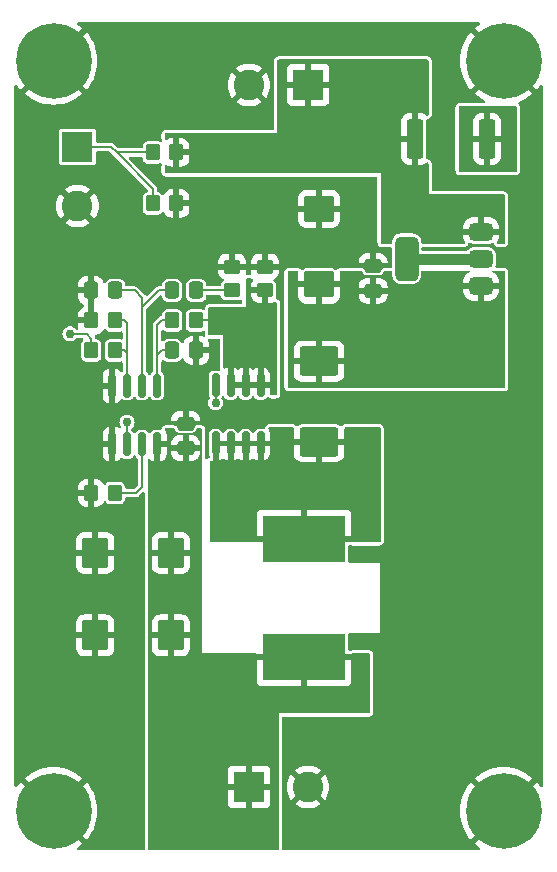
<source format=gtl>
%TF.GenerationSoftware,KiCad,Pcbnew,8.0.9*%
%TF.CreationDate,2025-05-16T13:11:34-04:00*%
%TF.ProjectId,groundside-charging,67726f75-6e64-4736-9964-652d63686172,rev?*%
%TF.SameCoordinates,Original*%
%TF.FileFunction,Copper,L1,Top*%
%TF.FilePolarity,Positive*%
%FSLAX46Y46*%
G04 Gerber Fmt 4.6, Leading zero omitted, Abs format (unit mm)*
G04 Created by KiCad (PCBNEW 8.0.9) date 2025-05-16 13:11:34*
%MOMM*%
%LPD*%
G01*
G04 APERTURE LIST*
G04 Aperture macros list*
%AMRoundRect*
0 Rectangle with rounded corners*
0 $1 Rounding radius*
0 $2 $3 $4 $5 $6 $7 $8 $9 X,Y pos of 4 corners*
0 Add a 4 corners polygon primitive as box body*
4,1,4,$2,$3,$4,$5,$6,$7,$8,$9,$2,$3,0*
0 Add four circle primitives for the rounded corners*
1,1,$1+$1,$2,$3*
1,1,$1+$1,$4,$5*
1,1,$1+$1,$6,$7*
1,1,$1+$1,$8,$9*
0 Add four rect primitives between the rounded corners*
20,1,$1+$1,$2,$3,$4,$5,0*
20,1,$1+$1,$4,$5,$6,$7,0*
20,1,$1+$1,$6,$7,$8,$9,0*
20,1,$1+$1,$8,$9,$2,$3,0*%
G04 Aperture macros list end*
%TA.AperFunction,SMDPad,CuDef*%
%ADD10RoundRect,0.250000X0.337500X0.475000X-0.337500X0.475000X-0.337500X-0.475000X0.337500X-0.475000X0*%
%TD*%
%TA.AperFunction,SMDPad,CuDef*%
%ADD11RoundRect,0.250000X0.350000X0.450000X-0.350000X0.450000X-0.350000X-0.450000X0.350000X-0.450000X0*%
%TD*%
%TA.AperFunction,SMDPad,CuDef*%
%ADD12RoundRect,0.250000X0.475000X-0.337500X0.475000X0.337500X-0.475000X0.337500X-0.475000X-0.337500X0*%
%TD*%
%TA.AperFunction,ComponentPad*%
%ADD13C,0.800000*%
%TD*%
%TA.AperFunction,ComponentPad*%
%ADD14C,6.400000*%
%TD*%
%TA.AperFunction,ComponentPad*%
%ADD15R,2.600000X2.600000*%
%TD*%
%TA.AperFunction,ComponentPad*%
%ADD16C,2.600000*%
%TD*%
%TA.AperFunction,SMDPad,CuDef*%
%ADD17RoundRect,0.250000X-0.350000X-0.450000X0.350000X-0.450000X0.350000X0.450000X-0.350000X0.450000X0*%
%TD*%
%TA.AperFunction,SMDPad,CuDef*%
%ADD18RoundRect,0.150000X-0.150000X0.825000X-0.150000X-0.825000X0.150000X-0.825000X0.150000X0.825000X0*%
%TD*%
%TA.AperFunction,SMDPad,CuDef*%
%ADD19RoundRect,0.250000X-0.337500X-0.475000X0.337500X-0.475000X0.337500X0.475000X-0.337500X0.475000X0*%
%TD*%
%TA.AperFunction,SMDPad,CuDef*%
%ADD20RoundRect,0.250000X1.025000X-0.875000X1.025000X0.875000X-1.025000X0.875000X-1.025000X-0.875000X0*%
%TD*%
%TA.AperFunction,SMDPad,CuDef*%
%ADD21RoundRect,0.250000X-1.400000X-1.000000X1.400000X-1.000000X1.400000X1.000000X-1.400000X1.000000X0*%
%TD*%
%TA.AperFunction,SMDPad,CuDef*%
%ADD22R,7.010400X3.987800*%
%TD*%
%TA.AperFunction,SMDPad,CuDef*%
%ADD23RoundRect,0.250000X0.875000X1.025000X-0.875000X1.025000X-0.875000X-1.025000X0.875000X-1.025000X0*%
%TD*%
%TA.AperFunction,SMDPad,CuDef*%
%ADD24RoundRect,0.249999X0.450001X1.425001X-0.450001X1.425001X-0.450001X-1.425001X0.450001X-1.425001X0*%
%TD*%
%TA.AperFunction,SMDPad,CuDef*%
%ADD25RoundRect,0.250000X-0.450000X0.350000X-0.450000X-0.350000X0.450000X-0.350000X0.450000X0.350000X0*%
%TD*%
%TA.AperFunction,SMDPad,CuDef*%
%ADD26RoundRect,0.375000X0.625000X0.375000X-0.625000X0.375000X-0.625000X-0.375000X0.625000X-0.375000X0*%
%TD*%
%TA.AperFunction,SMDPad,CuDef*%
%ADD27RoundRect,0.500000X0.500000X1.400000X-0.500000X1.400000X-0.500000X-1.400000X0.500000X-1.400000X0*%
%TD*%
%TA.AperFunction,SMDPad,CuDef*%
%ADD28RoundRect,0.250000X0.450000X-0.350000X0.450000X0.350000X-0.450000X0.350000X-0.450000X-0.350000X0*%
%TD*%
%TA.AperFunction,ViaPad*%
%ADD29C,0.762000*%
%TD*%
%TA.AperFunction,Conductor*%
%ADD30C,0.203200*%
%TD*%
%TA.AperFunction,Conductor*%
%ADD31C,0.914400*%
%TD*%
G04 APERTURE END LIST*
D10*
%TO.P,C5,1*%
%TO.N,Net-(U2-COMP)*%
X74316500Y-115443000D03*
%TO.P,C5,2*%
%TO.N,GND*%
X72241500Y-115443000D03*
%TD*%
D11*
%TO.P,R6,1*%
%TO.N,/FB*%
X74279000Y-117983000D03*
%TO.P,R6,2*%
%TO.N,GND*%
X72279000Y-117983000D03*
%TD*%
D12*
%TO.P,C1,1*%
%TO.N,+18V*%
X96139000Y-115464500D03*
%TO.P,C1,2*%
%TO.N,GND*%
X96139000Y-113389500D03*
%TD*%
D13*
%TO.P,H3,1,1*%
%TO.N,GND*%
X66688000Y-159512000D03*
X67390944Y-157814944D03*
X67390944Y-161209056D03*
X69088000Y-157112000D03*
D14*
X69088000Y-159512000D03*
D13*
X69088000Y-161912000D03*
X70785056Y-157814944D03*
X70785056Y-161209056D03*
X71488000Y-159512000D03*
%TD*%
D11*
%TO.P,R8,1*%
%TO.N,VCC*%
X79486000Y-103759000D03*
%TO.P,R8,2*%
%TO.N,Net-(J3-Pin_1)*%
X77486000Y-103759000D03*
%TD*%
D15*
%TO.P,J1,1,Pin_1*%
%TO.N,+12V*%
X85638000Y-157488000D03*
D16*
%TO.P,J1,2,Pin_2*%
%TO.N,GND*%
X90638000Y-157488000D03*
%TD*%
D17*
%TO.P,R4,1*%
%TO.N,Net-(U2-I_{SEN})*%
X79137000Y-117983000D03*
%TO.P,R4,2*%
%TO.N,Net-(Q1-S)*%
X81137000Y-117983000D03*
%TD*%
D11*
%TO.P,R2,1*%
%TO.N,Net-(U2-FA{slash}SD)*%
X74279000Y-132588000D03*
%TO.P,R2,2*%
%TO.N,GND*%
X72279000Y-132588000D03*
%TD*%
D12*
%TO.P,C4,1*%
%TO.N,+12V*%
X80264000Y-128799500D03*
%TO.P,C4,2*%
%TO.N,GND*%
X80264000Y-126724500D03*
%TD*%
D18*
%TO.P,Q1,1,D*%
%TO.N,Net-(D1-A)*%
X86614000Y-128401850D03*
X85344000Y-128401850D03*
X84074000Y-128401850D03*
X82804000Y-128401850D03*
%TO.P,Q1,2,G*%
%TO.N,Net-(Q1-G)*%
X82804000Y-123451850D03*
%TO.P,Q1,3,S*%
%TO.N,Net-(Q1-S)*%
X86614000Y-123451850D03*
X85344000Y-123451850D03*
X84074000Y-123451850D03*
%TD*%
D19*
%TO.P,C7,1*%
%TO.N,Net-(U2-I_{SEN})*%
X79099500Y-120523000D03*
%TO.P,C7,2*%
%TO.N,GND*%
X81174500Y-120523000D03*
%TD*%
%TO.P,C6,1*%
%TO.N,Net-(U2-COMP)*%
X79099500Y-115443000D03*
%TO.P,C6,2*%
%TO.N,Net-(C6-Pad2)*%
X81174500Y-115443000D03*
%TD*%
D20*
%TO.P,C8,1*%
%TO.N,+18V*%
X91567000Y-114935000D03*
%TO.P,C8,2*%
%TO.N,GND*%
X91567000Y-108535000D03*
%TD*%
D21*
%TO.P,D1,1,K*%
%TO.N,+18V*%
X91567000Y-121441000D03*
%TO.P,D1,2,A*%
%TO.N,Net-(D1-A)*%
X91567000Y-128241000D03*
%TD*%
D13*
%TO.P,H4,1,1*%
%TO.N,GND*%
X104788000Y-159512000D03*
X105490944Y-157814944D03*
X105490944Y-161209056D03*
X107188000Y-157112000D03*
D14*
X107188000Y-159512000D03*
D13*
X107188000Y-161912000D03*
X108885056Y-157814944D03*
X108885056Y-161209056D03*
X109588000Y-159512000D03*
%TD*%
D22*
%TO.P,L1,1,1*%
%TO.N,+12V*%
X90297000Y-146469100D03*
%TO.P,L1,2,2*%
%TO.N,Net-(D1-A)*%
X90297000Y-136486900D03*
%TD*%
D18*
%TO.P,U2,1,I_{SEN}*%
%TO.N,Net-(U2-I_{SEN})*%
X77851000Y-123509000D03*
%TO.P,U2,2,COMP*%
%TO.N,Net-(U2-COMP)*%
X76581000Y-123509000D03*
%TO.P,U2,3,FB*%
%TO.N,/FB*%
X75311000Y-123509000D03*
%TO.P,U2,4,AGND*%
%TO.N,GND*%
X74041000Y-123509000D03*
%TO.P,U2,5,PGND*%
X74041000Y-128459000D03*
%TO.P,U2,6,DR*%
%TO.N,Net-(Q1-G)*%
X75311000Y-128459000D03*
%TO.P,U2,7,FA/SD*%
%TO.N,Net-(U2-FA{slash}SD)*%
X76581000Y-128459000D03*
%TO.P,U2,8,V_{IN}*%
%TO.N,+12V*%
X77851000Y-128459000D03*
%TD*%
D15*
%TO.P,J2,1,Pin_1*%
%TO.N,VCC*%
X90638000Y-98036000D03*
D16*
%TO.P,J2,2,Pin_2*%
%TO.N,GND*%
X85638000Y-98036000D03*
%TD*%
D17*
%TO.P,R9,1*%
%TO.N,Net-(J3-Pin_1)*%
X77486000Y-108077000D03*
%TO.P,R9,2*%
%TO.N,GND*%
X79486000Y-108077000D03*
%TD*%
D23*
%TO.P,C2,1*%
%TO.N,+12V*%
X79019000Y-137668000D03*
%TO.P,C2,2*%
%TO.N,GND*%
X72619000Y-137668000D03*
%TD*%
D24*
%TO.P,R1,1*%
%TO.N,Net-(U1-VO)*%
X105793000Y-102616000D03*
%TO.P,R1,2*%
%TO.N,VCC*%
X99693000Y-102616000D03*
%TD*%
D25*
%TO.P,R5,1*%
%TO.N,GND*%
X86995000Y-113427000D03*
%TO.P,R5,2*%
%TO.N,Net-(Q1-S)*%
X86995000Y-115427000D03*
%TD*%
D15*
%TO.P,J3,1,Pin_1*%
%TO.N,Net-(J3-Pin_1)*%
X71112000Y-103291000D03*
D16*
%TO.P,J3,2,Pin_2*%
%TO.N,GND*%
X71112000Y-108291000D03*
%TD*%
D26*
%TO.P,U1,1,ADJ*%
%TO.N,VCC*%
X105283000Y-110476000D03*
%TO.P,U1,2,VO*%
%TO.N,Net-(U1-VO)*%
X105283000Y-112776000D03*
D27*
X98983000Y-112776000D03*
D26*
%TO.P,U1,3,VI*%
%TO.N,+18V*%
X105283000Y-115076000D03*
%TD*%
D13*
%TO.P,H1,1,1*%
%TO.N,GND*%
X104788000Y-96012000D03*
X105490944Y-94314944D03*
X105490944Y-97709056D03*
X107188000Y-93612000D03*
D14*
X107188000Y-96012000D03*
D13*
X107188000Y-98412000D03*
X108885056Y-94314944D03*
X108885056Y-97709056D03*
X109588000Y-96012000D03*
%TD*%
D23*
%TO.P,C3,1*%
%TO.N,+12V*%
X79019000Y-144653000D03*
%TO.P,C3,2*%
%TO.N,GND*%
X72619000Y-144653000D03*
%TD*%
D11*
%TO.P,R7,1*%
%TO.N,/FB*%
X74279000Y-120523000D03*
%TO.P,R7,2*%
%TO.N,+18V*%
X72279000Y-120523000D03*
%TD*%
D28*
%TO.P,R3,1*%
%TO.N,Net-(C6-Pad2)*%
X84201000Y-115427000D03*
%TO.P,R3,2*%
%TO.N,GND*%
X84201000Y-113427000D03*
%TD*%
D13*
%TO.P,H2,1,1*%
%TO.N,GND*%
X66688000Y-96012000D03*
X67390944Y-94314944D03*
X67390944Y-97709056D03*
X69088000Y-93612000D03*
D14*
X69088000Y-96012000D03*
D13*
X69088000Y-98412000D03*
X70785056Y-94314944D03*
X70785056Y-97709056D03*
X71488000Y-96012000D03*
%TD*%
D29*
%TO.N,+18V*%
X70485000Y-119126000D03*
X89408000Y-118110000D03*
%TO.N,Net-(Q1-G)*%
X75311000Y-126619000D03*
X82804000Y-124968000D03*
%TO.N,Net-(U1-VO)*%
X107569000Y-101727000D03*
X104013000Y-102616000D03*
X102616000Y-112776000D03*
X107569000Y-102616000D03*
X104013000Y-103505000D03*
X100838000Y-112776000D03*
X101727000Y-112776000D03*
X103505000Y-112776000D03*
X104013000Y-101727000D03*
X107569000Y-103505000D03*
%TD*%
D30*
%TO.N,+18V*%
X71882000Y-119126000D02*
X72279000Y-119523000D01*
X72279000Y-119523000D02*
X72279000Y-120523000D01*
X70485000Y-119126000D02*
X71882000Y-119126000D01*
%TO.N,Net-(U2-COMP)*%
X77978000Y-115443000D02*
X76581000Y-116840000D01*
X75946000Y-115443000D02*
X74316500Y-115443000D01*
X79099500Y-115443000D02*
X77978000Y-115443000D01*
X76581000Y-123509000D02*
X76581000Y-116840000D01*
X76581000Y-116840000D02*
X76581000Y-116078000D01*
X76581000Y-116078000D02*
X75946000Y-115443000D01*
%TO.N,Net-(C6-Pad2)*%
X81174500Y-115443000D02*
X84185000Y-115443000D01*
X84185000Y-115443000D02*
X84201000Y-115427000D01*
%TO.N,Net-(U2-I_{SEN})*%
X77851000Y-120904000D02*
X77851000Y-123509000D01*
X79137000Y-117983000D02*
X78232000Y-117983000D01*
X77851000Y-118364000D02*
X77851000Y-120904000D01*
X79099500Y-120523000D02*
X78232000Y-120523000D01*
X78232000Y-117983000D02*
X77851000Y-118364000D01*
X78232000Y-120523000D02*
X77851000Y-120904000D01*
%TO.N,Net-(J3-Pin_1)*%
X74422000Y-103759000D02*
X77486000Y-106823000D01*
X77486000Y-103759000D02*
X74422000Y-103759000D01*
X77486000Y-106823000D02*
X77486000Y-108077000D01*
X73954000Y-103291000D02*
X74422000Y-103759000D01*
X71112000Y-103291000D02*
X73954000Y-103291000D01*
%TO.N,Net-(Q1-S)*%
X81137000Y-117983000D02*
X82423000Y-117983000D01*
%TO.N,Net-(Q1-G)*%
X75311000Y-126619000D02*
X75311000Y-128459000D01*
X82804000Y-124968000D02*
X82804000Y-123202700D01*
D31*
%TO.N,Net-(U1-VO)*%
X98983000Y-112776000D02*
X105283000Y-112776000D01*
D30*
%TO.N,Net-(U2-FA{slash}SD)*%
X76073000Y-132588000D02*
X74279000Y-132588000D01*
X76581000Y-128459000D02*
X76581000Y-132080000D01*
X76581000Y-132080000D02*
X76073000Y-132588000D01*
%TO.N,/FB*%
X75311000Y-123509000D02*
X75311000Y-120777000D01*
X75057000Y-120523000D02*
X75311000Y-120777000D01*
X75311000Y-118237000D02*
X75057000Y-117983000D01*
X75311000Y-120777000D02*
X75311000Y-118237000D01*
X74279000Y-120523000D02*
X75057000Y-120523000D01*
X75057000Y-117983000D02*
X74279000Y-117983000D01*
%TD*%
%TA.AperFunction,Conductor*%
%TO.N,VCC*%
G36*
X100780121Y-95905002D02*
G01*
X100826614Y-95958658D01*
X100838000Y-96011000D01*
X100838000Y-100521148D01*
X100817998Y-100589269D01*
X100764342Y-100635762D01*
X100694068Y-100645866D01*
X100629488Y-100616372D01*
X100622905Y-100610243D01*
X100611350Y-100598688D01*
X100611344Y-100598683D01*
X100462121Y-100506641D01*
X100295692Y-100451493D01*
X100192987Y-100441000D01*
X99943000Y-100441000D01*
X99943000Y-104790999D01*
X100192978Y-104790999D01*
X100295695Y-104780506D01*
X100462122Y-104725358D01*
X100611344Y-104633316D01*
X100611350Y-104633311D01*
X100622905Y-104621757D01*
X100685217Y-104587731D01*
X100756032Y-104592796D01*
X100812868Y-104635343D01*
X100837679Y-104701863D01*
X100838000Y-104710852D01*
X100838000Y-107315000D01*
X107189000Y-107315000D01*
X107257121Y-107335002D01*
X107303614Y-107388658D01*
X107315000Y-107441000D01*
X107315000Y-111380000D01*
X107294998Y-111448121D01*
X107241342Y-111494614D01*
X107189000Y-111506000D01*
X106762988Y-111506000D01*
X106694867Y-111485998D01*
X106648374Y-111432342D01*
X106638270Y-111362068D01*
X106650108Y-111324017D01*
X106734170Y-111154517D01*
X106734171Y-111154515D01*
X106780101Y-110969830D01*
X106780103Y-110969817D01*
X106783000Y-110927107D01*
X106783000Y-110726000D01*
X103783000Y-110726000D01*
X103783000Y-110927107D01*
X103785896Y-110969817D01*
X103785898Y-110969830D01*
X103831828Y-111154515D01*
X103831829Y-111154517D01*
X103915892Y-111324017D01*
X103928239Y-111393932D01*
X103900828Y-111459423D01*
X103842360Y-111499698D01*
X103803012Y-111506000D01*
X100363499Y-111506000D01*
X100295378Y-111485998D01*
X100248885Y-111432342D01*
X100237499Y-111380000D01*
X100237499Y-111325729D01*
X100226942Y-111222392D01*
X100226942Y-111222388D01*
X100171464Y-111054964D01*
X100078870Y-110904847D01*
X100078869Y-110904846D01*
X100078864Y-110904840D01*
X99954159Y-110780135D01*
X99954153Y-110780130D01*
X99866395Y-110726000D01*
X99804036Y-110687536D01*
X99636612Y-110632058D01*
X99636609Y-110632057D01*
X99533279Y-110621500D01*
X98432729Y-110621500D01*
X98329392Y-110632057D01*
X98329389Y-110632057D01*
X98329388Y-110632058D01*
X98161964Y-110687536D01*
X98011846Y-110780130D01*
X98011840Y-110780135D01*
X97887135Y-110904840D01*
X97887130Y-110904846D01*
X97794536Y-111054964D01*
X97739057Y-111222390D01*
X97728500Y-111325720D01*
X97728500Y-111380000D01*
X97708498Y-111448121D01*
X97654842Y-111494614D01*
X97602500Y-111506000D01*
X96900000Y-111506000D01*
X96831879Y-111485998D01*
X96785386Y-111432342D01*
X96774000Y-111380000D01*
X96774000Y-110024892D01*
X103783000Y-110024892D01*
X103783000Y-110226000D01*
X105033000Y-110226000D01*
X105533000Y-110226000D01*
X106783000Y-110226000D01*
X106783000Y-110024892D01*
X106780103Y-109982182D01*
X106780101Y-109982169D01*
X106734171Y-109797484D01*
X106734170Y-109797482D01*
X106649607Y-109626974D01*
X106649606Y-109626972D01*
X106530367Y-109478632D01*
X106382027Y-109359393D01*
X106382025Y-109359392D01*
X106211517Y-109274829D01*
X106211515Y-109274828D01*
X106026830Y-109228898D01*
X106026817Y-109228896D01*
X105984107Y-109226000D01*
X105533000Y-109226000D01*
X105533000Y-110226000D01*
X105033000Y-110226000D01*
X105033000Y-109226000D01*
X104581893Y-109226000D01*
X104539182Y-109228896D01*
X104539169Y-109228898D01*
X104354484Y-109274828D01*
X104354482Y-109274829D01*
X104183974Y-109359392D01*
X104183972Y-109359393D01*
X104035632Y-109478632D01*
X103916393Y-109626972D01*
X103916392Y-109626974D01*
X103831829Y-109797482D01*
X103831828Y-109797484D01*
X103785898Y-109982169D01*
X103785896Y-109982182D01*
X103783000Y-110024892D01*
X96774000Y-110024892D01*
X96774000Y-105537000D01*
X78612000Y-105537000D01*
X78543879Y-105516998D01*
X78497386Y-105463342D01*
X78486000Y-105411000D01*
X78486000Y-104915028D01*
X78506002Y-104846907D01*
X78559658Y-104800414D01*
X78629932Y-104790310D01*
X78678147Y-104807787D01*
X78816877Y-104893357D01*
X78983308Y-104948506D01*
X79086012Y-104958999D01*
X79236000Y-104958999D01*
X79736000Y-104958999D01*
X79885978Y-104958999D01*
X79988691Y-104948506D01*
X80155122Y-104893357D01*
X80304344Y-104801316D01*
X80304350Y-104801311D01*
X80428311Y-104677350D01*
X80428316Y-104677344D01*
X80520357Y-104528122D01*
X80575506Y-104361691D01*
X80585999Y-104258987D01*
X80586000Y-104258987D01*
X80586000Y-104090978D01*
X98493001Y-104090978D01*
X98503493Y-104193695D01*
X98558641Y-104360122D01*
X98650683Y-104509344D01*
X98650688Y-104509350D01*
X98774649Y-104633311D01*
X98774655Y-104633316D01*
X98923878Y-104725358D01*
X99090307Y-104780506D01*
X99193012Y-104790999D01*
X99443000Y-104790999D01*
X99443000Y-102866000D01*
X98493001Y-102866000D01*
X98493001Y-104090978D01*
X80586000Y-104090978D01*
X80586000Y-104009000D01*
X79736000Y-104009000D01*
X79736000Y-104958999D01*
X79236000Y-104958999D01*
X79236000Y-103509000D01*
X79736000Y-103509000D01*
X80585999Y-103509000D01*
X80585999Y-103259021D01*
X80575506Y-103156308D01*
X80520357Y-102989877D01*
X80428316Y-102840655D01*
X80428311Y-102840649D01*
X80304350Y-102716688D01*
X80304344Y-102716683D01*
X80155122Y-102624642D01*
X79988691Y-102569493D01*
X79885987Y-102559000D01*
X79736000Y-102559000D01*
X79736000Y-103509000D01*
X79236000Y-103509000D01*
X79236000Y-102559000D01*
X79086021Y-102559000D01*
X78983308Y-102569493D01*
X78816875Y-102624643D01*
X78678146Y-102710212D01*
X78609667Y-102728949D01*
X78541928Y-102707689D01*
X78496437Y-102653182D01*
X78486000Y-102602971D01*
X78486000Y-102234000D01*
X78506002Y-102165879D01*
X78559658Y-102119386D01*
X78612000Y-102108000D01*
X88011000Y-102108000D01*
X88011000Y-101141012D01*
X98493000Y-101141012D01*
X98493000Y-102366000D01*
X99443000Y-102366000D01*
X99443000Y-100441000D01*
X99193021Y-100441000D01*
X99090304Y-100451493D01*
X98923877Y-100506641D01*
X98774655Y-100598683D01*
X98774649Y-100598688D01*
X98650688Y-100722649D01*
X98650683Y-100722655D01*
X98558641Y-100871878D01*
X98503493Y-101038307D01*
X98493000Y-101141012D01*
X88011000Y-101141012D01*
X88011000Y-96688159D01*
X88838000Y-96688159D01*
X88838000Y-97786000D01*
X90037999Y-97786000D01*
X90012979Y-97846402D01*
X89988000Y-97971981D01*
X89988000Y-98100019D01*
X90012979Y-98225598D01*
X90037999Y-98286000D01*
X88838000Y-98286000D01*
X88838000Y-99383840D01*
X88844400Y-99443371D01*
X88894647Y-99578089D01*
X88980810Y-99693189D01*
X89095910Y-99779352D01*
X89230628Y-99829599D01*
X89290159Y-99835999D01*
X89290176Y-99836000D01*
X90388000Y-99836000D01*
X90388000Y-98636001D01*
X90448402Y-98661021D01*
X90573981Y-98686000D01*
X90702019Y-98686000D01*
X90827598Y-98661021D01*
X90888000Y-98636001D01*
X90888000Y-99836000D01*
X91985824Y-99836000D01*
X91985840Y-99835999D01*
X92045371Y-99829599D01*
X92180089Y-99779352D01*
X92295189Y-99693189D01*
X92381352Y-99578089D01*
X92431599Y-99443371D01*
X92437999Y-99383840D01*
X92438000Y-99383823D01*
X92438000Y-98286000D01*
X91238001Y-98286000D01*
X91263021Y-98225598D01*
X91288000Y-98100019D01*
X91288000Y-97971981D01*
X91263021Y-97846402D01*
X91238001Y-97786000D01*
X92438000Y-97786000D01*
X92438000Y-96688176D01*
X92437999Y-96688159D01*
X92431599Y-96628628D01*
X92381352Y-96493910D01*
X92295189Y-96378810D01*
X92180089Y-96292647D01*
X92045371Y-96242400D01*
X91985840Y-96236000D01*
X90888000Y-96236000D01*
X90888000Y-97435998D01*
X90827598Y-97410979D01*
X90702019Y-97386000D01*
X90573981Y-97386000D01*
X90448402Y-97410979D01*
X90388000Y-97435998D01*
X90388000Y-96236000D01*
X89290159Y-96236000D01*
X89230628Y-96242400D01*
X89095910Y-96292647D01*
X88980810Y-96378810D01*
X88894647Y-96493910D01*
X88844400Y-96628628D01*
X88838000Y-96688159D01*
X88011000Y-96688159D01*
X88011000Y-96011000D01*
X88031002Y-95942879D01*
X88084658Y-95896386D01*
X88137000Y-95885000D01*
X100712000Y-95885000D01*
X100780121Y-95905002D01*
G37*
%TD.AperFunction*%
%TD*%
%TA.AperFunction,Conductor*%
%TO.N,+12V*%
G36*
X79334340Y-127141586D02*
G01*
X79346131Y-127160352D01*
X79386205Y-127274877D01*
X79386207Y-127274882D01*
X79466848Y-127384148D01*
X79466850Y-127384150D01*
X79576118Y-127464793D01*
X79576121Y-127464794D01*
X79704297Y-127509645D01*
X79704299Y-127509645D01*
X79704301Y-127509646D01*
X79734734Y-127512500D01*
X79734740Y-127512500D01*
X80793260Y-127512500D01*
X80793266Y-127512500D01*
X80823699Y-127509646D01*
X80951882Y-127464793D01*
X81061150Y-127384150D01*
X81141793Y-127274882D01*
X81181869Y-127160352D01*
X81207267Y-127131932D01*
X81228874Y-127127000D01*
X81611200Y-127127000D01*
X81646414Y-127141586D01*
X81661000Y-127176800D01*
X81661000Y-146177000D01*
X86242000Y-146177000D01*
X86277214Y-146191586D01*
X86286355Y-146213655D01*
X86291800Y-146219100D01*
X94302200Y-146219100D01*
X94307644Y-146213655D01*
X94316786Y-146191586D01*
X94352000Y-146177000D01*
X95835200Y-146177000D01*
X95870414Y-146191586D01*
X95885000Y-146226800D01*
X95885000Y-151207200D01*
X95870414Y-151242414D01*
X95835200Y-151257000D01*
X88138000Y-151257000D01*
X88138000Y-162771700D01*
X88123414Y-162806914D01*
X88088200Y-162821500D01*
X77138800Y-162821500D01*
X77103586Y-162806914D01*
X77089000Y-162771700D01*
X77089000Y-156140177D01*
X83838000Y-156140177D01*
X83838000Y-157238000D01*
X85037999Y-157238000D01*
X85012979Y-157298402D01*
X84988000Y-157423981D01*
X84988000Y-157552019D01*
X85012979Y-157677598D01*
X85037999Y-157738000D01*
X83838000Y-157738000D01*
X83838000Y-158835822D01*
X83844401Y-158895375D01*
X83844402Y-158895378D01*
X83894646Y-159030088D01*
X83980810Y-159145187D01*
X83980812Y-159145189D01*
X84095912Y-159231353D01*
X84095911Y-159231353D01*
X84230621Y-159281597D01*
X84230624Y-159281598D01*
X84290177Y-159288000D01*
X85388000Y-159288000D01*
X85388000Y-158088001D01*
X85448402Y-158113021D01*
X85573981Y-158138000D01*
X85702019Y-158138000D01*
X85827598Y-158113021D01*
X85888000Y-158088001D01*
X85888000Y-159288000D01*
X86985823Y-159288000D01*
X87045375Y-159281598D01*
X87045378Y-159281597D01*
X87180088Y-159231353D01*
X87295187Y-159145189D01*
X87295189Y-159145187D01*
X87381353Y-159030088D01*
X87431597Y-158895378D01*
X87431598Y-158895375D01*
X87438000Y-158835822D01*
X87438000Y-157738000D01*
X86238001Y-157738000D01*
X86263021Y-157677598D01*
X86288000Y-157552019D01*
X86288000Y-157423981D01*
X86263021Y-157298402D01*
X86238001Y-157238000D01*
X87438000Y-157238000D01*
X87438000Y-156140177D01*
X87431598Y-156080624D01*
X87431597Y-156080621D01*
X87381353Y-155945911D01*
X87295189Y-155830812D01*
X87295187Y-155830810D01*
X87180087Y-155744646D01*
X87180088Y-155744646D01*
X87045378Y-155694402D01*
X87045375Y-155694401D01*
X86985823Y-155688000D01*
X85888000Y-155688000D01*
X85888000Y-156887998D01*
X85827598Y-156862979D01*
X85702019Y-156838000D01*
X85573981Y-156838000D01*
X85448402Y-156862979D01*
X85388000Y-156887998D01*
X85388000Y-155688000D01*
X84290177Y-155688000D01*
X84230624Y-155694401D01*
X84230621Y-155694402D01*
X84095911Y-155744646D01*
X83980812Y-155830810D01*
X83980810Y-155830812D01*
X83894646Y-155945911D01*
X83844402Y-156080621D01*
X83844401Y-156080624D01*
X83838000Y-156140177D01*
X77089000Y-156140177D01*
X77089000Y-148510822D01*
X86291800Y-148510822D01*
X86298201Y-148570375D01*
X86298202Y-148570378D01*
X86348446Y-148705088D01*
X86434610Y-148820187D01*
X86434612Y-148820189D01*
X86549712Y-148906353D01*
X86549711Y-148906353D01*
X86684421Y-148956597D01*
X86684424Y-148956598D01*
X86743977Y-148963000D01*
X90047000Y-148963000D01*
X90547000Y-148963000D01*
X93850023Y-148963000D01*
X93909575Y-148956598D01*
X93909578Y-148956597D01*
X94044288Y-148906353D01*
X94159387Y-148820189D01*
X94159389Y-148820187D01*
X94245553Y-148705088D01*
X94295797Y-148570378D01*
X94295798Y-148570375D01*
X94302200Y-148510822D01*
X94302200Y-146719100D01*
X90547000Y-146719100D01*
X90547000Y-148963000D01*
X90047000Y-148963000D01*
X90047000Y-146719100D01*
X86291800Y-146719100D01*
X86291800Y-148510822D01*
X77089000Y-148510822D01*
X77089000Y-145727979D01*
X77394001Y-145727979D01*
X77404493Y-145830695D01*
X77404494Y-145830699D01*
X77459639Y-145997116D01*
X77551684Y-146146345D01*
X77675654Y-146270315D01*
X77824883Y-146362360D01*
X77824882Y-146362360D01*
X77991298Y-146417504D01*
X77991312Y-146417507D01*
X78094019Y-146427999D01*
X78769000Y-146427999D01*
X79269000Y-146427999D01*
X79943980Y-146427999D01*
X80046695Y-146417506D01*
X80046699Y-146417505D01*
X80213116Y-146362360D01*
X80362345Y-146270315D01*
X80486315Y-146146345D01*
X80578360Y-145997116D01*
X80633504Y-145830701D01*
X80633507Y-145830687D01*
X80644000Y-145727980D01*
X80644000Y-144903000D01*
X79269000Y-144903000D01*
X79269000Y-146427999D01*
X78769000Y-146427999D01*
X78769000Y-144903000D01*
X77394001Y-144903000D01*
X77394001Y-145727979D01*
X77089000Y-145727979D01*
X77089000Y-143578019D01*
X77394000Y-143578019D01*
X77394000Y-144403000D01*
X78769000Y-144403000D01*
X79269000Y-144403000D01*
X80643999Y-144403000D01*
X80643999Y-143578020D01*
X80633506Y-143475304D01*
X80633505Y-143475300D01*
X80578360Y-143308883D01*
X80486315Y-143159654D01*
X80362345Y-143035684D01*
X80213116Y-142943639D01*
X80213117Y-142943639D01*
X80046701Y-142888495D01*
X80046687Y-142888492D01*
X79943981Y-142878000D01*
X79269000Y-142878000D01*
X79269000Y-144403000D01*
X78769000Y-144403000D01*
X78769000Y-142878000D01*
X78094020Y-142878000D01*
X77991304Y-142888493D01*
X77991300Y-142888494D01*
X77824883Y-142943639D01*
X77675654Y-143035684D01*
X77551684Y-143159654D01*
X77459639Y-143308883D01*
X77404495Y-143475298D01*
X77404492Y-143475312D01*
X77394000Y-143578019D01*
X77089000Y-143578019D01*
X77089000Y-138742979D01*
X77394001Y-138742979D01*
X77404493Y-138845695D01*
X77404494Y-138845699D01*
X77459639Y-139012116D01*
X77551684Y-139161345D01*
X77675654Y-139285315D01*
X77824883Y-139377360D01*
X77824882Y-139377360D01*
X77991298Y-139432504D01*
X77991312Y-139432507D01*
X78094019Y-139442999D01*
X78769000Y-139442999D01*
X79269000Y-139442999D01*
X79943980Y-139442999D01*
X80046695Y-139432506D01*
X80046699Y-139432505D01*
X80213116Y-139377360D01*
X80362345Y-139285315D01*
X80486315Y-139161345D01*
X80578360Y-139012116D01*
X80633504Y-138845701D01*
X80633507Y-138845687D01*
X80644000Y-138742980D01*
X80644000Y-137918000D01*
X79269000Y-137918000D01*
X79269000Y-139442999D01*
X78769000Y-139442999D01*
X78769000Y-137918000D01*
X77394001Y-137918000D01*
X77394001Y-138742979D01*
X77089000Y-138742979D01*
X77089000Y-136593019D01*
X77394000Y-136593019D01*
X77394000Y-137418000D01*
X78769000Y-137418000D01*
X79269000Y-137418000D01*
X80643999Y-137418000D01*
X80643999Y-136593020D01*
X80633506Y-136490304D01*
X80633505Y-136490300D01*
X80578360Y-136323883D01*
X80486315Y-136174654D01*
X80362345Y-136050684D01*
X80213116Y-135958639D01*
X80213117Y-135958639D01*
X80046701Y-135903495D01*
X80046687Y-135903492D01*
X79943981Y-135893000D01*
X79269000Y-135893000D01*
X79269000Y-137418000D01*
X78769000Y-137418000D01*
X78769000Y-135893000D01*
X78094020Y-135893000D01*
X77991304Y-135903493D01*
X77991300Y-135903494D01*
X77824883Y-135958639D01*
X77675654Y-136050684D01*
X77551684Y-136174654D01*
X77459639Y-136323883D01*
X77404495Y-136490298D01*
X77404492Y-136490312D01*
X77394000Y-136593019D01*
X77089000Y-136593019D01*
X77089000Y-129708112D01*
X77103586Y-129672898D01*
X77138800Y-129658312D01*
X77174014Y-129672898D01*
X77181666Y-129682764D01*
X77183315Y-129685553D01*
X77299446Y-129801684D01*
X77440801Y-129885281D01*
X77598507Y-129931099D01*
X77601000Y-129931295D01*
X78101000Y-129931295D01*
X78103492Y-129931099D01*
X78261198Y-129885281D01*
X78402553Y-129801684D01*
X78518684Y-129685553D01*
X78602281Y-129544198D01*
X78648099Y-129386492D01*
X78651000Y-129349632D01*
X78651000Y-129186979D01*
X79039001Y-129186979D01*
X79049493Y-129289695D01*
X79049494Y-129289699D01*
X79104639Y-129456116D01*
X79196684Y-129605345D01*
X79320654Y-129729315D01*
X79469883Y-129821360D01*
X79469882Y-129821360D01*
X79636298Y-129876504D01*
X79636312Y-129876507D01*
X79739019Y-129886999D01*
X80014000Y-129886999D01*
X80514000Y-129886999D01*
X80788980Y-129886999D01*
X80891695Y-129876506D01*
X80891699Y-129876505D01*
X81058116Y-129821360D01*
X81207345Y-129729315D01*
X81331315Y-129605345D01*
X81423360Y-129456116D01*
X81478504Y-129289701D01*
X81478507Y-129289687D01*
X81489000Y-129186980D01*
X81489000Y-129049500D01*
X80514000Y-129049500D01*
X80514000Y-129886999D01*
X80014000Y-129886999D01*
X80014000Y-129049500D01*
X79039001Y-129049500D01*
X79039001Y-129186979D01*
X78651000Y-129186979D01*
X78651000Y-128709000D01*
X78101000Y-128709000D01*
X78101000Y-129931295D01*
X77601000Y-129931295D01*
X77601000Y-128508800D01*
X77615586Y-128473586D01*
X77650800Y-128459000D01*
X77851000Y-128459000D01*
X77851000Y-128412019D01*
X79039000Y-128412019D01*
X79039000Y-128549500D01*
X80014000Y-128549500D01*
X80514000Y-128549500D01*
X81488999Y-128549500D01*
X81488999Y-128412020D01*
X81478506Y-128309304D01*
X81478505Y-128309300D01*
X81423360Y-128142883D01*
X81331315Y-127993654D01*
X81207345Y-127869684D01*
X81058116Y-127777639D01*
X81058117Y-127777639D01*
X80891701Y-127722495D01*
X80891687Y-127722492D01*
X80788981Y-127712000D01*
X80514000Y-127712000D01*
X80514000Y-128549500D01*
X80014000Y-128549500D01*
X80014000Y-127712000D01*
X79739020Y-127712000D01*
X79636304Y-127722493D01*
X79636300Y-127722494D01*
X79469883Y-127777639D01*
X79320654Y-127869684D01*
X79196684Y-127993654D01*
X79104639Y-128142883D01*
X79049495Y-128309298D01*
X79049492Y-128309312D01*
X79039000Y-128412019D01*
X77851000Y-128412019D01*
X77851000Y-128258800D01*
X77865586Y-128223586D01*
X77900800Y-128209000D01*
X78651000Y-128209000D01*
X78651000Y-127568367D01*
X78648099Y-127531507D01*
X78602281Y-127373801D01*
X78518684Y-127232446D01*
X78498252Y-127212014D01*
X78483666Y-127176800D01*
X78498252Y-127141586D01*
X78533466Y-127127000D01*
X79299126Y-127127000D01*
X79334340Y-127141586D01*
G37*
%TD.AperFunction*%
%TD*%
%TA.AperFunction,Conductor*%
%TO.N,+18V*%
G36*
X89806951Y-113806586D02*
G01*
X89821537Y-113841800D01*
X89819009Y-113857464D01*
X89802495Y-113907298D01*
X89802492Y-113907312D01*
X89792000Y-114010019D01*
X89792000Y-114685000D01*
X93341999Y-114685000D01*
X93341999Y-114010020D01*
X93331506Y-113907304D01*
X93331506Y-113907303D01*
X93314991Y-113857465D01*
X93317760Y-113819450D01*
X93346598Y-113794528D01*
X93362263Y-113792000D01*
X95174126Y-113792000D01*
X95209340Y-113806586D01*
X95221131Y-113825352D01*
X95261205Y-113939877D01*
X95261207Y-113939882D01*
X95341848Y-114049148D01*
X95341850Y-114049150D01*
X95451118Y-114129793D01*
X95451121Y-114129794D01*
X95579297Y-114174645D01*
X95579299Y-114174645D01*
X95579301Y-114174646D01*
X95609734Y-114177500D01*
X95609740Y-114177500D01*
X96668260Y-114177500D01*
X96668266Y-114177500D01*
X96698699Y-114174646D01*
X96826882Y-114129793D01*
X96936150Y-114049150D01*
X97016793Y-113939882D01*
X97056869Y-113825352D01*
X97082267Y-113796932D01*
X97103874Y-113792000D01*
X97732700Y-113792000D01*
X97767914Y-113806586D01*
X97782500Y-113841800D01*
X97782500Y-114232614D01*
X97788914Y-114303199D01*
X97839520Y-114465602D01*
X97839521Y-114465604D01*
X97839522Y-114465606D01*
X97927528Y-114611185D01*
X98047815Y-114731472D01*
X98193394Y-114819478D01*
X98193396Y-114819478D01*
X98193397Y-114819479D01*
X98355800Y-114870085D01*
X98355801Y-114870085D01*
X98355804Y-114870086D01*
X98426384Y-114876500D01*
X98426386Y-114876500D01*
X99539614Y-114876500D01*
X99539616Y-114876500D01*
X99610196Y-114870086D01*
X99772606Y-114819478D01*
X99918185Y-114731472D01*
X100038472Y-114611185D01*
X100126478Y-114465606D01*
X100177086Y-114303196D01*
X100183500Y-114232616D01*
X100183500Y-113841800D01*
X100198086Y-113806586D01*
X100233300Y-113792000D01*
X104308995Y-113792000D01*
X104344209Y-113806586D01*
X104358795Y-113841800D01*
X104344209Y-113877014D01*
X104331122Y-113886414D01*
X104183979Y-113959389D01*
X104183975Y-113959392D01*
X104035633Y-114078632D01*
X104035632Y-114078633D01*
X103916393Y-114226973D01*
X103831830Y-114397481D01*
X103785896Y-114582182D01*
X103783000Y-114624889D01*
X103783000Y-114826000D01*
X106783000Y-114826000D01*
X106783000Y-114624915D01*
X106782999Y-114624889D01*
X106780103Y-114582182D01*
X106734169Y-114397481D01*
X106649606Y-114226973D01*
X106530367Y-114078633D01*
X106530366Y-114078632D01*
X106382024Y-113959392D01*
X106382020Y-113959389D01*
X106234878Y-113886414D01*
X106209812Y-113857701D01*
X106212391Y-113819673D01*
X106241104Y-113794607D01*
X106257005Y-113792000D01*
X107265200Y-113792000D01*
X107300414Y-113806586D01*
X107315000Y-113841800D01*
X107315000Y-123648200D01*
X107300414Y-123683414D01*
X107265200Y-123698000D01*
X88949800Y-123698000D01*
X88914586Y-123683414D01*
X88900000Y-123648200D01*
X88900000Y-122490979D01*
X89417001Y-122490979D01*
X89427493Y-122593695D01*
X89427494Y-122593699D01*
X89482639Y-122760116D01*
X89574684Y-122909345D01*
X89698654Y-123033315D01*
X89847883Y-123125360D01*
X89847882Y-123125360D01*
X90014298Y-123180504D01*
X90014312Y-123180507D01*
X90117019Y-123190999D01*
X91317000Y-123190999D01*
X91817000Y-123190999D01*
X93016980Y-123190999D01*
X93119695Y-123180506D01*
X93119699Y-123180505D01*
X93286116Y-123125360D01*
X93435345Y-123033315D01*
X93559315Y-122909345D01*
X93651360Y-122760116D01*
X93706504Y-122593701D01*
X93706507Y-122593687D01*
X93717000Y-122490980D01*
X93717000Y-121691000D01*
X91817000Y-121691000D01*
X91817000Y-123190999D01*
X91317000Y-123190999D01*
X91317000Y-121691000D01*
X89417001Y-121691000D01*
X89417001Y-122490979D01*
X88900000Y-122490979D01*
X88900000Y-120391019D01*
X89417000Y-120391019D01*
X89417000Y-121191000D01*
X91317000Y-121191000D01*
X91817000Y-121191000D01*
X93716999Y-121191000D01*
X93716999Y-120391020D01*
X93706506Y-120288304D01*
X93706505Y-120288300D01*
X93651360Y-120121883D01*
X93559315Y-119972654D01*
X93435345Y-119848684D01*
X93286116Y-119756639D01*
X93286117Y-119756639D01*
X93119701Y-119701495D01*
X93119687Y-119701492D01*
X93016981Y-119691000D01*
X91817000Y-119691000D01*
X91817000Y-121191000D01*
X91317000Y-121191000D01*
X91317000Y-119691000D01*
X90117020Y-119691000D01*
X90014304Y-119701493D01*
X90014300Y-119701494D01*
X89847883Y-119756639D01*
X89698654Y-119848684D01*
X89574684Y-119972654D01*
X89482639Y-120121883D01*
X89427495Y-120288298D01*
X89427492Y-120288312D01*
X89417000Y-120391019D01*
X88900000Y-120391019D01*
X88900000Y-115859979D01*
X89792001Y-115859979D01*
X89802493Y-115962695D01*
X89802494Y-115962699D01*
X89857639Y-116129116D01*
X89949684Y-116278345D01*
X90073654Y-116402315D01*
X90222883Y-116494360D01*
X90222882Y-116494360D01*
X90389298Y-116549504D01*
X90389312Y-116549507D01*
X90492019Y-116559999D01*
X91317000Y-116559999D01*
X91817000Y-116559999D01*
X92641980Y-116559999D01*
X92744695Y-116549506D01*
X92744699Y-116549505D01*
X92911116Y-116494360D01*
X93060345Y-116402315D01*
X93184315Y-116278345D01*
X93276360Y-116129116D01*
X93331504Y-115962701D01*
X93331507Y-115962687D01*
X93342000Y-115859980D01*
X93342000Y-115851979D01*
X94914001Y-115851979D01*
X94924493Y-115954695D01*
X94924494Y-115954699D01*
X94979639Y-116121116D01*
X95071684Y-116270345D01*
X95195654Y-116394315D01*
X95344883Y-116486360D01*
X95344882Y-116486360D01*
X95511298Y-116541504D01*
X95511312Y-116541507D01*
X95614019Y-116551999D01*
X95889000Y-116551999D01*
X96389000Y-116551999D01*
X96663980Y-116551999D01*
X96766695Y-116541506D01*
X96766699Y-116541505D01*
X96933116Y-116486360D01*
X97082345Y-116394315D01*
X97206315Y-116270345D01*
X97298360Y-116121116D01*
X97353504Y-115954701D01*
X97353507Y-115954687D01*
X97364000Y-115851980D01*
X97364000Y-115714500D01*
X96389000Y-115714500D01*
X96389000Y-116551999D01*
X95889000Y-116551999D01*
X95889000Y-115714500D01*
X94914001Y-115714500D01*
X94914001Y-115851979D01*
X93342000Y-115851979D01*
X93342000Y-115527110D01*
X103783000Y-115527110D01*
X103785896Y-115569817D01*
X103831830Y-115754518D01*
X103916393Y-115925026D01*
X104035632Y-116073366D01*
X104035633Y-116073367D01*
X104183973Y-116192606D01*
X104354481Y-116277169D01*
X104539182Y-116323103D01*
X104581889Y-116325999D01*
X104581915Y-116326000D01*
X105033000Y-116326000D01*
X105533000Y-116326000D01*
X105984085Y-116326000D01*
X105984110Y-116325999D01*
X106026817Y-116323103D01*
X106211518Y-116277169D01*
X106382026Y-116192606D01*
X106530366Y-116073367D01*
X106530367Y-116073366D01*
X106649606Y-115925026D01*
X106734169Y-115754518D01*
X106780103Y-115569817D01*
X106782999Y-115527110D01*
X106783000Y-115527084D01*
X106783000Y-115326000D01*
X105533000Y-115326000D01*
X105533000Y-116326000D01*
X105033000Y-116326000D01*
X105033000Y-115326000D01*
X103783000Y-115326000D01*
X103783000Y-115527110D01*
X93342000Y-115527110D01*
X93342000Y-115185000D01*
X91817000Y-115185000D01*
X91817000Y-116559999D01*
X91317000Y-116559999D01*
X91317000Y-115185000D01*
X89792001Y-115185000D01*
X89792001Y-115859979D01*
X88900000Y-115859979D01*
X88900000Y-115077019D01*
X94914000Y-115077019D01*
X94914000Y-115214500D01*
X95889000Y-115214500D01*
X96389000Y-115214500D01*
X97363999Y-115214500D01*
X97363999Y-115077020D01*
X97353506Y-114974304D01*
X97353505Y-114974300D01*
X97298360Y-114807883D01*
X97206315Y-114658654D01*
X97082345Y-114534684D01*
X96933116Y-114442639D01*
X96933117Y-114442639D01*
X96766701Y-114387495D01*
X96766687Y-114387492D01*
X96663981Y-114377000D01*
X96389000Y-114377000D01*
X96389000Y-115214500D01*
X95889000Y-115214500D01*
X95889000Y-114377000D01*
X95614020Y-114377000D01*
X95511304Y-114387493D01*
X95511300Y-114387494D01*
X95344883Y-114442639D01*
X95195654Y-114534684D01*
X95071684Y-114658654D01*
X94979639Y-114807883D01*
X94924495Y-114974298D01*
X94924492Y-114974312D01*
X94914000Y-115077019D01*
X88900000Y-115077019D01*
X88900000Y-113841800D01*
X88914586Y-113806586D01*
X88949800Y-113792000D01*
X89771737Y-113792000D01*
X89806951Y-113806586D01*
G37*
%TD.AperFunction*%
%TD*%
%TA.AperFunction,Conductor*%
%TO.N,Net-(Q1-S)*%
G36*
X85907093Y-114447002D02*
G01*
X85953586Y-114500658D01*
X85963690Y-114570932D01*
X85946213Y-114619147D01*
X85860642Y-114757877D01*
X85805493Y-114924308D01*
X85795000Y-115027012D01*
X85795000Y-115177000D01*
X86869000Y-115177000D01*
X86937121Y-115197002D01*
X86983614Y-115250658D01*
X86995000Y-115303000D01*
X86995000Y-115427000D01*
X87119000Y-115427000D01*
X87187121Y-115447002D01*
X87233614Y-115500658D01*
X87245000Y-115553000D01*
X87245000Y-116526999D01*
X87494978Y-116526999D01*
X87597691Y-116516506D01*
X87764122Y-116461357D01*
X87818853Y-116427599D01*
X87887333Y-116408862D01*
X87955071Y-116430121D01*
X88000563Y-116484628D01*
X88011000Y-116534840D01*
X88011000Y-124207000D01*
X87990998Y-124275121D01*
X87937342Y-124321614D01*
X87885000Y-124333000D01*
X87540000Y-124333000D01*
X87471879Y-124312998D01*
X87425386Y-124259342D01*
X87414000Y-124207000D01*
X87414000Y-123701850D01*
X84200000Y-123701850D01*
X84131879Y-123681848D01*
X84085386Y-123628192D01*
X84074000Y-123575850D01*
X84074000Y-123451850D01*
X83950000Y-123451850D01*
X83881879Y-123431848D01*
X83835386Y-123378192D01*
X83824000Y-123325850D01*
X83824000Y-121979553D01*
X84324000Y-121979553D01*
X84324000Y-123201850D01*
X85094000Y-123201850D01*
X85094000Y-121979553D01*
X85594000Y-121979553D01*
X85594000Y-123201850D01*
X86364000Y-123201850D01*
X86864000Y-123201850D01*
X87414000Y-123201850D01*
X87414000Y-122561200D01*
X87413999Y-122561198D01*
X87411100Y-122524360D01*
X87365280Y-122366647D01*
X87281685Y-122225297D01*
X87281680Y-122225290D01*
X87165559Y-122109169D01*
X87165552Y-122109164D01*
X87024202Y-122025569D01*
X86866491Y-121979750D01*
X86866495Y-121979750D01*
X86864000Y-121979553D01*
X86864000Y-123201850D01*
X86364000Y-123201850D01*
X86364000Y-121979553D01*
X86361506Y-121979750D01*
X86203797Y-122025569D01*
X86062448Y-122109163D01*
X86056225Y-122113991D01*
X85990139Y-122139937D01*
X85920517Y-122126035D01*
X85901775Y-122113991D01*
X85895551Y-122109163D01*
X85754202Y-122025569D01*
X85596491Y-121979750D01*
X85596495Y-121979750D01*
X85594000Y-121979553D01*
X85094000Y-121979553D01*
X85091506Y-121979750D01*
X84933797Y-122025569D01*
X84792448Y-122109163D01*
X84786225Y-122113991D01*
X84720139Y-122139937D01*
X84650517Y-122126035D01*
X84631775Y-122113991D01*
X84625551Y-122109163D01*
X84484202Y-122025569D01*
X84326491Y-121979750D01*
X84326495Y-121979750D01*
X84324000Y-121979553D01*
X83824000Y-121979553D01*
X83821506Y-121979750D01*
X83663798Y-122025569D01*
X83629138Y-122046067D01*
X83560321Y-122063526D01*
X83492990Y-122041008D01*
X83448522Y-121985663D01*
X83439000Y-121937613D01*
X83439000Y-119253000D01*
X82295000Y-119253000D01*
X82226879Y-119232998D01*
X82180386Y-119179342D01*
X82169000Y-119127000D01*
X82169000Y-116966000D01*
X82189002Y-116897879D01*
X82242658Y-116851386D01*
X82295000Y-116840000D01*
X85344000Y-116840000D01*
X85344000Y-115826978D01*
X85795001Y-115826978D01*
X85805493Y-115929691D01*
X85860642Y-116096122D01*
X85952683Y-116245344D01*
X85952688Y-116245350D01*
X86076649Y-116369311D01*
X86076655Y-116369316D01*
X86225877Y-116461357D01*
X86392308Y-116516506D01*
X86495012Y-116526999D01*
X86745000Y-116526999D01*
X86745000Y-115677000D01*
X85795001Y-115677000D01*
X85795001Y-115826978D01*
X85344000Y-115826978D01*
X85344000Y-114553000D01*
X85364002Y-114484879D01*
X85417658Y-114438386D01*
X85470000Y-114427000D01*
X85838972Y-114427000D01*
X85907093Y-114447002D01*
G37*
%TD.AperFunction*%
%TD*%
%TA.AperFunction,Conductor*%
%TO.N,Net-(U1-VO)*%
G36*
X108274039Y-99841685D02*
G01*
X108319794Y-99894489D01*
X108331000Y-99946000D01*
X108331000Y-105286000D01*
X108311315Y-105353039D01*
X108258511Y-105398794D01*
X108207000Y-105410000D01*
X103502000Y-105410000D01*
X103434961Y-105390315D01*
X103389206Y-105337511D01*
X103378000Y-105286000D01*
X103378000Y-104090986D01*
X104593001Y-104090986D01*
X104603494Y-104193696D01*
X104603494Y-104193698D01*
X104658640Y-104360119D01*
X104658645Y-104360130D01*
X104750680Y-104509340D01*
X104750683Y-104509344D01*
X104874655Y-104633316D01*
X104874659Y-104633319D01*
X105023869Y-104725354D01*
X105023880Y-104725359D01*
X105190302Y-104780505D01*
X105293019Y-104790999D01*
X105542999Y-104790999D01*
X106043000Y-104790999D01*
X106292972Y-104790999D01*
X106292986Y-104790998D01*
X106395696Y-104780505D01*
X106395698Y-104780505D01*
X106562119Y-104725359D01*
X106562130Y-104725354D01*
X106711340Y-104633319D01*
X106711344Y-104633316D01*
X106835316Y-104509344D01*
X106835319Y-104509340D01*
X106927354Y-104360130D01*
X106927359Y-104360119D01*
X106982505Y-104193697D01*
X106992999Y-104090986D01*
X106993000Y-104090973D01*
X106993000Y-102866000D01*
X106043000Y-102866000D01*
X106043000Y-104790999D01*
X105542999Y-104790999D01*
X105543000Y-104790998D01*
X105543000Y-102866000D01*
X104593001Y-102866000D01*
X104593001Y-104090986D01*
X103378000Y-104090986D01*
X103378000Y-101141013D01*
X104593000Y-101141013D01*
X104593000Y-102366000D01*
X105543000Y-102366000D01*
X106043000Y-102366000D01*
X106992999Y-102366000D01*
X106992999Y-101141028D01*
X106992998Y-101141013D01*
X106982505Y-101038303D01*
X106982505Y-101038301D01*
X106927359Y-100871880D01*
X106927354Y-100871869D01*
X106835319Y-100722659D01*
X106835316Y-100722655D01*
X106711344Y-100598683D01*
X106711340Y-100598680D01*
X106562130Y-100506645D01*
X106562119Y-100506640D01*
X106395697Y-100451494D01*
X106292986Y-100441000D01*
X106043000Y-100441000D01*
X106043000Y-102366000D01*
X105543000Y-102366000D01*
X105543000Y-100441000D01*
X105293029Y-100441000D01*
X105293012Y-100441001D01*
X105190303Y-100451494D01*
X105190301Y-100451494D01*
X105023880Y-100506640D01*
X105023869Y-100506645D01*
X104874659Y-100598680D01*
X104874655Y-100598683D01*
X104750683Y-100722655D01*
X104750680Y-100722659D01*
X104658645Y-100871869D01*
X104658640Y-100871880D01*
X104603494Y-101038302D01*
X104593000Y-101141013D01*
X103378000Y-101141013D01*
X103378000Y-99946000D01*
X103397685Y-99878961D01*
X103450489Y-99833206D01*
X103502000Y-99822000D01*
X108207000Y-99822000D01*
X108274039Y-99841685D01*
G37*
%TD.AperFunction*%
%TD*%
%TA.AperFunction,Conductor*%
%TO.N,Net-(D1-A)*%
G36*
X89365108Y-127020002D02*
G01*
X89411601Y-127073658D01*
X89422334Y-127138807D01*
X89417000Y-127191012D01*
X89417000Y-127991000D01*
X93716999Y-127991000D01*
X93716999Y-127191020D01*
X93711665Y-127138804D01*
X93724641Y-127069004D01*
X93773294Y-127017299D01*
X93837013Y-127000000D01*
X96648000Y-127000000D01*
X96716121Y-127020002D01*
X96762614Y-127073658D01*
X96774000Y-127126000D01*
X96774000Y-136653000D01*
X96753998Y-136721121D01*
X96700342Y-136767614D01*
X96648000Y-136779000D01*
X94396491Y-136779000D01*
X94328370Y-136758998D01*
X94307396Y-136742095D01*
X94302201Y-136736900D01*
X86291799Y-136736900D01*
X86286604Y-136742095D01*
X86224292Y-136776121D01*
X86197509Y-136779000D01*
X82422000Y-136779000D01*
X82353879Y-136758998D01*
X82307386Y-136705342D01*
X82296000Y-136653000D01*
X82296000Y-134445159D01*
X86291800Y-134445159D01*
X86291800Y-136236900D01*
X90047000Y-136236900D01*
X90547000Y-136236900D01*
X94302200Y-136236900D01*
X94302200Y-134445176D01*
X94302199Y-134445159D01*
X94295799Y-134385628D01*
X94245552Y-134250910D01*
X94159389Y-134135810D01*
X94044289Y-134049647D01*
X93909571Y-133999400D01*
X93850040Y-133993000D01*
X90547000Y-133993000D01*
X90547000Y-136236900D01*
X90047000Y-136236900D01*
X90047000Y-133993000D01*
X86743959Y-133993000D01*
X86684428Y-133999400D01*
X86549710Y-134049647D01*
X86434610Y-134135810D01*
X86348447Y-134250910D01*
X86298200Y-134385628D01*
X86291800Y-134445159D01*
X82296000Y-134445159D01*
X82296000Y-129967533D01*
X82316002Y-129899412D01*
X82369658Y-129852919D01*
X82439932Y-129842815D01*
X82457154Y-129846536D01*
X82551512Y-129873950D01*
X82554000Y-129874146D01*
X82554000Y-129874145D01*
X83054000Y-129874145D01*
X83056489Y-129873950D01*
X83214202Y-129828130D01*
X83355549Y-129744537D01*
X83361770Y-129739712D01*
X83427854Y-129713763D01*
X83497477Y-129727661D01*
X83516230Y-129739712D01*
X83522450Y-129744537D01*
X83663797Y-129828130D01*
X83821512Y-129873950D01*
X83821508Y-129873950D01*
X83824000Y-129874146D01*
X84324000Y-129874146D01*
X84326489Y-129873950D01*
X84484202Y-129828130D01*
X84625549Y-129744537D01*
X84631770Y-129739712D01*
X84697854Y-129713763D01*
X84767477Y-129727661D01*
X84786230Y-129739712D01*
X84792450Y-129744537D01*
X84933797Y-129828130D01*
X85091512Y-129873950D01*
X85091508Y-129873950D01*
X85094000Y-129874146D01*
X85094000Y-129874145D01*
X85594000Y-129874145D01*
X85596489Y-129873950D01*
X85754202Y-129828130D01*
X85895549Y-129744537D01*
X85901770Y-129739712D01*
X85967854Y-129713763D01*
X86037477Y-129727661D01*
X86056230Y-129739712D01*
X86062450Y-129744537D01*
X86203797Y-129828130D01*
X86361512Y-129873950D01*
X86361508Y-129873950D01*
X86364000Y-129874146D01*
X86864000Y-129874146D01*
X86866489Y-129873950D01*
X87024202Y-129828130D01*
X87165552Y-129744535D01*
X87165559Y-129744530D01*
X87281680Y-129628409D01*
X87281685Y-129628402D01*
X87365280Y-129487052D01*
X87411100Y-129329339D01*
X87413999Y-129292501D01*
X87414000Y-129292499D01*
X87414000Y-129290978D01*
X89417001Y-129290978D01*
X89427493Y-129393691D01*
X89482642Y-129560122D01*
X89574683Y-129709344D01*
X89574688Y-129709350D01*
X89698649Y-129833311D01*
X89698655Y-129833316D01*
X89847877Y-129925357D01*
X90014308Y-129980506D01*
X90117012Y-129990999D01*
X91317000Y-129990999D01*
X91817000Y-129990999D01*
X93016978Y-129990999D01*
X93119691Y-129980506D01*
X93286122Y-129925357D01*
X93435344Y-129833316D01*
X93435350Y-129833311D01*
X93559311Y-129709350D01*
X93559316Y-129709344D01*
X93651357Y-129560122D01*
X93706506Y-129393691D01*
X93716999Y-129290987D01*
X93717000Y-129290987D01*
X93717000Y-128491000D01*
X91817000Y-128491000D01*
X91817000Y-129990999D01*
X91317000Y-129990999D01*
X91317000Y-128491000D01*
X89417001Y-128491000D01*
X89417001Y-129290978D01*
X87414000Y-129290978D01*
X87414000Y-128651850D01*
X86864000Y-128651850D01*
X86864000Y-129874146D01*
X86364000Y-129874146D01*
X86364000Y-128651850D01*
X85594000Y-128651850D01*
X85594000Y-129874145D01*
X85094000Y-129874145D01*
X85094000Y-128651850D01*
X84324000Y-128651850D01*
X84324000Y-129874146D01*
X83824000Y-129874146D01*
X83824000Y-128651850D01*
X83054000Y-128651850D01*
X83054000Y-129874145D01*
X82554000Y-129874145D01*
X82554000Y-128527850D01*
X82574002Y-128459729D01*
X82627658Y-128413236D01*
X82680000Y-128401850D01*
X82804000Y-128401850D01*
X82804000Y-128277850D01*
X82824002Y-128209729D01*
X82877658Y-128163236D01*
X82930000Y-128151850D01*
X87414000Y-128151850D01*
X87414000Y-127511200D01*
X87413999Y-127511198D01*
X87411100Y-127474360D01*
X87365280Y-127316647D01*
X87290463Y-127190139D01*
X87273003Y-127121323D01*
X87295520Y-127053992D01*
X87350864Y-127009523D01*
X87398916Y-127000000D01*
X89296987Y-127000000D01*
X89365108Y-127020002D01*
G37*
%TD.AperFunction*%
%TD*%
%TA.AperFunction,Conductor*%
%TO.N,GND*%
G36*
X105133445Y-92722502D02*
G01*
X105179938Y-92776158D01*
X105190042Y-92846432D01*
X105160548Y-92911012D01*
X105133949Y-92934172D01*
X105010210Y-93014529D01*
X105010200Y-93014536D01*
X104752650Y-93223095D01*
X104752649Y-93223096D01*
X106247301Y-94717748D01*
X106145670Y-94791588D01*
X105967588Y-94969670D01*
X105893748Y-95071301D01*
X104399096Y-93576649D01*
X104399095Y-93576650D01*
X104190536Y-93834200D01*
X104190529Y-93834210D01*
X103979309Y-94159459D01*
X103979303Y-94159470D01*
X103803242Y-94505010D01*
X103803241Y-94505012D01*
X103664261Y-94867064D01*
X103563887Y-95241670D01*
X103503217Y-95624722D01*
X103482922Y-96011993D01*
X103482922Y-96012006D01*
X103503217Y-96399277D01*
X103563887Y-96782329D01*
X103664261Y-97156935D01*
X103803241Y-97518987D01*
X103803242Y-97518989D01*
X103979303Y-97864529D01*
X103979309Y-97864540D01*
X104190529Y-98189789D01*
X104190536Y-98189799D01*
X104399095Y-98447348D01*
X104399096Y-98447349D01*
X105893747Y-96952697D01*
X105967588Y-97054330D01*
X106145670Y-97232412D01*
X106247300Y-97306251D01*
X104752649Y-98800902D01*
X104752650Y-98800903D01*
X105010200Y-99009463D01*
X105010210Y-99009470D01*
X105335459Y-99220690D01*
X105335470Y-99220696D01*
X105538672Y-99324233D01*
X105590287Y-99372981D01*
X105607353Y-99441896D01*
X105584452Y-99509098D01*
X105528855Y-99553250D01*
X105481469Y-99562500D01*
X103501992Y-99562500D01*
X103446827Y-99568432D01*
X103395352Y-99579630D01*
X103368537Y-99586986D01*
X103280553Y-99637088D01*
X103280549Y-99637091D01*
X103227755Y-99682837D01*
X103227742Y-99682849D01*
X103195629Y-99716129D01*
X103148698Y-99805845D01*
X103148694Y-99805856D01*
X103129011Y-99872890D01*
X103118500Y-99945994D01*
X103118500Y-105286007D01*
X103124432Y-105341172D01*
X103135630Y-105392647D01*
X103142986Y-105419462D01*
X103183264Y-105490195D01*
X103193089Y-105507448D01*
X103225878Y-105545289D01*
X103238837Y-105560244D01*
X103238849Y-105560257D01*
X103272129Y-105592370D01*
X103350346Y-105633286D01*
X103361849Y-105639303D01*
X103428888Y-105658988D01*
X103502000Y-105669500D01*
X108206995Y-105669500D01*
X108207000Y-105669500D01*
X108262163Y-105663569D01*
X108283221Y-105658988D01*
X108313647Y-105652369D01*
X108313649Y-105652368D01*
X108313674Y-105652363D01*
X108340461Y-105645014D01*
X108428448Y-105594911D01*
X108481252Y-105549156D01*
X108513371Y-105515869D01*
X108560303Y-105426151D01*
X108579988Y-105359112D01*
X108590500Y-105286000D01*
X108590500Y-99946000D01*
X108584569Y-99890837D01*
X108580665Y-99872890D01*
X108573369Y-99839352D01*
X108573367Y-99839345D01*
X108573363Y-99839326D01*
X108566014Y-99812539D01*
X108562208Y-99805856D01*
X108556189Y-99795286D01*
X108515911Y-99724552D01*
X108470156Y-99671748D01*
X108470152Y-99671744D01*
X108468671Y-99670181D01*
X108468487Y-99669821D01*
X108468314Y-99669622D01*
X108468363Y-99669579D01*
X108436321Y-99606983D01*
X108443275Y-99536328D01*
X108487324Y-99480648D01*
X108514959Y-99465865D01*
X108694981Y-99396761D01*
X108694989Y-99396757D01*
X109040529Y-99220696D01*
X109040540Y-99220690D01*
X109365789Y-99009470D01*
X109623349Y-98800902D01*
X108128698Y-97306251D01*
X108230330Y-97232412D01*
X108408412Y-97054330D01*
X108482251Y-96952698D01*
X109976902Y-98447349D01*
X110185469Y-98189792D01*
X110265827Y-98066051D01*
X110319703Y-98019814D01*
X110390025Y-98010044D01*
X110454464Y-98039844D01*
X110492564Y-98099752D01*
X110497500Y-98134675D01*
X110497500Y-157389324D01*
X110477498Y-157457445D01*
X110423842Y-157503938D01*
X110353568Y-157514042D01*
X110288988Y-157484548D01*
X110265828Y-157457949D01*
X110185470Y-157334210D01*
X110185463Y-157334200D01*
X109976903Y-157076650D01*
X109976902Y-157076649D01*
X108482251Y-158571301D01*
X108408412Y-158469670D01*
X108230330Y-158291588D01*
X108128698Y-158217748D01*
X109623349Y-156723096D01*
X109623348Y-156723095D01*
X109365799Y-156514536D01*
X109365789Y-156514529D01*
X109040540Y-156303309D01*
X109040529Y-156303303D01*
X108694989Y-156127242D01*
X108694987Y-156127241D01*
X108332935Y-155988261D01*
X107958329Y-155887887D01*
X107575277Y-155827217D01*
X107188006Y-155806922D01*
X107187994Y-155806922D01*
X106800722Y-155827217D01*
X106417670Y-155887887D01*
X106043064Y-155988261D01*
X105681012Y-156127241D01*
X105681010Y-156127242D01*
X105335470Y-156303303D01*
X105335459Y-156303309D01*
X105010210Y-156514529D01*
X105010200Y-156514536D01*
X104752650Y-156723095D01*
X104752649Y-156723096D01*
X106247301Y-158217748D01*
X106145670Y-158291588D01*
X105967588Y-158469670D01*
X105893748Y-158571301D01*
X104399096Y-157076649D01*
X104399095Y-157076650D01*
X104190536Y-157334200D01*
X104190529Y-157334210D01*
X103979309Y-157659459D01*
X103979303Y-157659470D01*
X103803242Y-158005010D01*
X103803241Y-158005012D01*
X103664261Y-158367064D01*
X103563887Y-158741670D01*
X103503217Y-159124722D01*
X103482922Y-159511993D01*
X103482922Y-159512006D01*
X103503217Y-159899277D01*
X103563887Y-160282329D01*
X103664261Y-160656935D01*
X103803241Y-161018987D01*
X103803242Y-161018989D01*
X103979303Y-161364529D01*
X103979309Y-161364540D01*
X104190529Y-161689789D01*
X104190536Y-161689799D01*
X104399095Y-161947348D01*
X104399096Y-161947349D01*
X105893747Y-160452697D01*
X105967588Y-160554330D01*
X106145670Y-160732412D01*
X106247301Y-160806251D01*
X104752649Y-162300902D01*
X104752650Y-162300903D01*
X105010200Y-162509463D01*
X105010210Y-162509470D01*
X105133949Y-162589828D01*
X105180185Y-162643704D01*
X105189955Y-162714025D01*
X105160155Y-162778465D01*
X105100246Y-162816564D01*
X105065324Y-162821500D01*
X88523500Y-162821500D01*
X88455379Y-162801498D01*
X88408886Y-162747842D01*
X88397500Y-162695500D01*
X88397500Y-157488000D01*
X88832953Y-157488000D01*
X88853115Y-157757032D01*
X88913145Y-158020045D01*
X88913147Y-158020050D01*
X89011705Y-158271174D01*
X89011707Y-158271178D01*
X89146598Y-158504816D01*
X89200295Y-158572150D01*
X89200296Y-158572150D01*
X90036958Y-157735488D01*
X90061978Y-157795890D01*
X90133112Y-157902351D01*
X90223649Y-157992888D01*
X90330110Y-158064022D01*
X90390510Y-158089041D01*
X89552849Y-158926701D01*
X89552849Y-158926703D01*
X89735467Y-159051211D01*
X89735474Y-159051215D01*
X89978537Y-159168269D01*
X89978550Y-159168274D01*
X90236328Y-159247788D01*
X90236340Y-159247790D01*
X90503113Y-159288000D01*
X90772887Y-159288000D01*
X91039659Y-159247790D01*
X91039671Y-159247788D01*
X91297449Y-159168274D01*
X91297462Y-159168269D01*
X91540526Y-159051215D01*
X91723150Y-158926702D01*
X90885489Y-158089041D01*
X90945890Y-158064022D01*
X91052351Y-157992888D01*
X91142888Y-157902351D01*
X91214022Y-157795890D01*
X91239041Y-157735489D01*
X92075703Y-158572151D01*
X92129402Y-158504815D01*
X92264292Y-158271178D01*
X92264294Y-158271174D01*
X92362852Y-158020050D01*
X92362854Y-158020045D01*
X92422884Y-157757032D01*
X92443046Y-157488000D01*
X92422884Y-157218967D01*
X92362854Y-156955954D01*
X92362852Y-156955949D01*
X92264294Y-156704825D01*
X92264292Y-156704821D01*
X92129402Y-156471184D01*
X92075703Y-156403848D01*
X92075702Y-156403848D01*
X91239040Y-157240509D01*
X91214022Y-157180110D01*
X91142888Y-157073649D01*
X91052351Y-156983112D01*
X90945890Y-156911978D01*
X90885488Y-156886958D01*
X91723149Y-156049297D01*
X91723149Y-156049296D01*
X91540519Y-155924780D01*
X91540518Y-155924779D01*
X91297467Y-155807732D01*
X91297449Y-155807725D01*
X91039671Y-155728211D01*
X91039659Y-155728209D01*
X90772887Y-155688000D01*
X90503113Y-155688000D01*
X90236340Y-155728209D01*
X90236328Y-155728211D01*
X89978550Y-155807725D01*
X89978532Y-155807732D01*
X89735482Y-155924779D01*
X89735474Y-155924784D01*
X89552849Y-156049295D01*
X89552849Y-156049297D01*
X90390511Y-156886958D01*
X90330110Y-156911978D01*
X90223649Y-156983112D01*
X90133112Y-157073649D01*
X90061978Y-157180110D01*
X90036958Y-157240510D01*
X89200296Y-156403848D01*
X89200295Y-156403848D01*
X89146597Y-156471184D01*
X89011707Y-156704821D01*
X89011705Y-156704825D01*
X88913147Y-156955949D01*
X88913145Y-156955954D01*
X88853115Y-157218967D01*
X88832953Y-157488000D01*
X88397500Y-157488000D01*
X88397500Y-151642500D01*
X88417502Y-151574379D01*
X88471158Y-151527886D01*
X88523500Y-151516500D01*
X95835199Y-151516500D01*
X95835200Y-151516500D01*
X95934506Y-151496747D01*
X95969720Y-151482161D01*
X95969721Y-151482160D01*
X96053909Y-151425908D01*
X96110161Y-151341720D01*
X96124747Y-151306506D01*
X96144500Y-151207200D01*
X96144500Y-146226800D01*
X96124747Y-146127494D01*
X96110161Y-146092280D01*
X96110160Y-146092279D01*
X96053908Y-146008091D01*
X95969720Y-145951839D01*
X95956282Y-145946273D01*
X95934511Y-145937255D01*
X95934506Y-145937253D01*
X95835202Y-145917500D01*
X95835200Y-145917500D01*
X94352000Y-145917500D01*
X94351997Y-145917500D01*
X94252693Y-145937253D01*
X94252684Y-145937256D01*
X94230916Y-145946273D01*
X94160326Y-145953862D01*
X94096840Y-145922082D01*
X94060613Y-145861024D01*
X94056699Y-145829864D01*
X94056699Y-144550400D01*
X94076701Y-144482279D01*
X94130357Y-144435786D01*
X94182699Y-144424400D01*
X96748600Y-144424400D01*
X96748600Y-138531600D01*
X94182700Y-138531600D01*
X94114579Y-138511598D01*
X94068086Y-138457942D01*
X94056700Y-138405600D01*
X94056700Y-137122400D01*
X94076702Y-137054279D01*
X94130358Y-137007786D01*
X94182700Y-136996400D01*
X94202145Y-136996400D01*
X94248647Y-137007818D01*
X94249516Y-137005667D01*
X94255252Y-137007982D01*
X94255261Y-137007987D01*
X94323382Y-137027989D01*
X94396491Y-137038500D01*
X94396494Y-137038500D01*
X96647994Y-137038500D01*
X96648000Y-137038500D01*
X96703159Y-137032570D01*
X96755501Y-137021184D01*
X96782291Y-137013834D01*
X96870278Y-136963731D01*
X96923934Y-136917238D01*
X96956056Y-136883949D01*
X97002987Y-136794230D01*
X97022989Y-136726109D01*
X97033500Y-136653000D01*
X97033500Y-127126000D01*
X97027570Y-127070841D01*
X97016184Y-127018499D01*
X97008834Y-126991709D01*
X96958731Y-126903722D01*
X96958727Y-126903718D01*
X96958724Y-126903713D01*
X96912247Y-126850076D01*
X96912230Y-126850058D01*
X96878949Y-126817944D01*
X96789232Y-126771014D01*
X96789231Y-126771013D01*
X96789230Y-126771013D01*
X96721109Y-126751011D01*
X96648000Y-126740500D01*
X93837013Y-126740500D01*
X93837008Y-126740500D01*
X93769018Y-126749565D01*
X93705315Y-126766860D01*
X93705310Y-126766862D01*
X93666743Y-126780683D01*
X93584307Y-126839466D01*
X93584306Y-126839467D01*
X93535650Y-126891175D01*
X93535645Y-126891181D01*
X93534565Y-126892557D01*
X93534299Y-126892746D01*
X93533819Y-126893305D01*
X93533681Y-126893186D01*
X93476753Y-126933768D01*
X93405839Y-126937182D01*
X93344336Y-126901715D01*
X93334615Y-126890229D01*
X93327403Y-126880595D01*
X93286620Y-126850066D01*
X93211267Y-126793658D01*
X93211265Y-126793657D01*
X93211266Y-126793657D01*
X93075349Y-126742962D01*
X93075344Y-126742960D01*
X93075342Y-126742960D01*
X93045298Y-126739730D01*
X93015256Y-126736500D01*
X90118753Y-126736500D01*
X90118729Y-126736502D01*
X90058660Y-126742959D01*
X90058658Y-126742959D01*
X89922733Y-126793657D01*
X89806595Y-126880596D01*
X89798827Y-126890973D01*
X89741990Y-126933518D01*
X89671174Y-126938581D01*
X89608863Y-126904554D01*
X89602737Y-126897973D01*
X89561234Y-126850076D01*
X89561217Y-126850058D01*
X89527936Y-126817944D01*
X89438219Y-126771014D01*
X89438218Y-126771013D01*
X89438217Y-126771013D01*
X89370096Y-126751011D01*
X89296987Y-126740500D01*
X87398916Y-126740500D01*
X87348467Y-126745451D01*
X87300428Y-126754971D01*
X87278108Y-126760431D01*
X87188323Y-126807234D01*
X87188321Y-126807235D01*
X87132983Y-126851699D01*
X87099645Y-126883775D01*
X87099645Y-126883776D01*
X87049416Y-126971690D01*
X87026900Y-127039019D01*
X87026897Y-127039029D01*
X87014961Y-127089222D01*
X86979741Y-127150866D01*
X86916785Y-127183684D01*
X86872671Y-127184519D01*
X86813893Y-127175210D01*
X86795834Y-127172350D01*
X86432166Y-127172350D01*
X86406266Y-127176452D01*
X86337446Y-127187351D01*
X86223276Y-127245523D01*
X86132675Y-127336124D01*
X86132673Y-127336127D01*
X86091267Y-127417392D01*
X86042518Y-127469007D01*
X85973604Y-127486073D01*
X85906402Y-127463172D01*
X85866733Y-127417392D01*
X85825326Y-127336127D01*
X85825324Y-127336124D01*
X85734723Y-127245523D01*
X85620553Y-127187351D01*
X85553931Y-127176800D01*
X85525834Y-127172350D01*
X85162166Y-127172350D01*
X85136266Y-127176452D01*
X85067446Y-127187351D01*
X84953276Y-127245523D01*
X84862675Y-127336124D01*
X84862673Y-127336127D01*
X84821267Y-127417392D01*
X84772518Y-127469007D01*
X84703604Y-127486073D01*
X84636402Y-127463172D01*
X84596733Y-127417392D01*
X84555326Y-127336127D01*
X84555324Y-127336124D01*
X84464723Y-127245523D01*
X84350553Y-127187351D01*
X84283931Y-127176800D01*
X84255834Y-127172350D01*
X83892166Y-127172350D01*
X83866266Y-127176452D01*
X83797446Y-127187351D01*
X83683276Y-127245523D01*
X83592675Y-127336124D01*
X83592673Y-127336127D01*
X83551267Y-127417392D01*
X83502518Y-127469007D01*
X83433604Y-127486073D01*
X83366402Y-127463172D01*
X83326733Y-127417392D01*
X83285326Y-127336127D01*
X83285324Y-127336124D01*
X83194723Y-127245523D01*
X83080553Y-127187351D01*
X83013931Y-127176800D01*
X82985834Y-127172350D01*
X82622166Y-127172350D01*
X82596266Y-127176452D01*
X82527446Y-127187351D01*
X82413276Y-127245523D01*
X82322673Y-127336126D01*
X82264501Y-127450296D01*
X82253411Y-127520322D01*
X82249500Y-127545016D01*
X82249500Y-129258684D01*
X82264502Y-129353405D01*
X82264502Y-129353406D01*
X82264503Y-129353408D01*
X82264503Y-129353409D01*
X82280765Y-129385322D01*
X82294500Y-129442528D01*
X82294500Y-129529585D01*
X82274498Y-129597706D01*
X82230849Y-129639077D01*
X82199727Y-129656798D01*
X82199713Y-129656808D01*
X82146076Y-129703285D01*
X82146058Y-129703302D01*
X82137170Y-129712514D01*
X82075475Y-129747645D01*
X82004580Y-129743844D01*
X81946994Y-129702318D01*
X81921001Y-129636251D01*
X81920500Y-129625022D01*
X81920500Y-127176801D01*
X81920499Y-127176797D01*
X81900747Y-127077494D01*
X81886161Y-127042280D01*
X81886160Y-127042279D01*
X81883988Y-127039029D01*
X81879266Y-127031961D01*
X81879265Y-127031960D01*
X81878941Y-127031475D01*
X81829908Y-126958091D01*
X81745720Y-126901839D01*
X81723767Y-126892746D01*
X81710511Y-126887255D01*
X81710506Y-126887253D01*
X81611202Y-126867500D01*
X81611200Y-126867500D01*
X81228874Y-126867500D01*
X81171127Y-126874006D01*
X81149518Y-126878939D01*
X81094677Y-126898128D01*
X81026846Y-126949176D01*
X80960389Y-126974156D01*
X80951081Y-126974500D01*
X79580614Y-126974500D01*
X79512493Y-126954498D01*
X79510613Y-126953266D01*
X79436461Y-126903720D01*
X79433646Y-126901839D01*
X79411693Y-126892746D01*
X79398437Y-126887255D01*
X79398432Y-126887253D01*
X79299128Y-126867500D01*
X79299126Y-126867500D01*
X78533466Y-126867500D01*
X78533463Y-126867500D01*
X78434159Y-126887253D01*
X78434154Y-126887255D01*
X78398943Y-126901840D01*
X78314758Y-126958090D01*
X78258504Y-127042281D01*
X78245099Y-127074644D01*
X78243919Y-127077494D01*
X78231794Y-127138451D01*
X78198886Y-127201360D01*
X78137190Y-127236491D01*
X78088506Y-127238317D01*
X78049117Y-127232078D01*
X78032834Y-127229500D01*
X77669166Y-127229500D01*
X77648501Y-127232773D01*
X77574446Y-127244501D01*
X77460276Y-127302673D01*
X77369675Y-127393274D01*
X77369673Y-127393277D01*
X77328267Y-127474542D01*
X77279518Y-127526157D01*
X77210604Y-127543223D01*
X77143402Y-127520322D01*
X77103733Y-127474542D01*
X77062326Y-127393277D01*
X77062324Y-127393274D01*
X76971723Y-127302673D01*
X76857553Y-127244501D01*
X76783499Y-127232773D01*
X76762834Y-127229500D01*
X76399166Y-127229500D01*
X76378501Y-127232773D01*
X76304446Y-127244501D01*
X76190276Y-127302673D01*
X76099675Y-127393274D01*
X76099673Y-127393277D01*
X76058267Y-127474542D01*
X76009518Y-127526157D01*
X75940604Y-127543223D01*
X75873402Y-127520322D01*
X75833733Y-127474542D01*
X75792326Y-127393277D01*
X75792324Y-127393274D01*
X75704005Y-127304955D01*
X75669979Y-127242643D01*
X75667100Y-127215860D01*
X75667100Y-127209250D01*
X75687102Y-127141129D01*
X75709542Y-127114942D01*
X75790173Y-127043510D01*
X75877841Y-126916501D01*
X75932566Y-126772202D01*
X75932566Y-126772201D01*
X75932567Y-126772199D01*
X75951168Y-126619003D01*
X75951168Y-126618996D01*
X75932567Y-126465800D01*
X75920592Y-126434226D01*
X75883724Y-126337012D01*
X79039000Y-126337012D01*
X79039000Y-126474500D01*
X80014000Y-126474500D01*
X80514000Y-126474500D01*
X81488999Y-126474500D01*
X81488999Y-126337021D01*
X81478506Y-126234308D01*
X81423357Y-126067877D01*
X81331316Y-125918655D01*
X81331311Y-125918649D01*
X81207350Y-125794688D01*
X81207344Y-125794683D01*
X81058122Y-125702642D01*
X80891691Y-125647493D01*
X80788987Y-125637000D01*
X80514000Y-125637000D01*
X80514000Y-126474500D01*
X80014000Y-126474500D01*
X80014000Y-125637000D01*
X79739021Y-125637000D01*
X79636308Y-125647493D01*
X79469877Y-125702642D01*
X79320655Y-125794683D01*
X79320649Y-125794688D01*
X79196688Y-125918649D01*
X79196683Y-125918655D01*
X79104642Y-126067877D01*
X79049493Y-126234308D01*
X79039000Y-126337012D01*
X75883724Y-126337012D01*
X75877841Y-126321499D01*
X75790173Y-126194490D01*
X75674657Y-126092152D01*
X75538007Y-126020433D01*
X75538006Y-126020432D01*
X75538005Y-126020432D01*
X75388165Y-125983500D01*
X75388164Y-125983500D01*
X75233836Y-125983500D01*
X75233834Y-125983500D01*
X75083994Y-126020432D01*
X74947344Y-126092151D01*
X74947342Y-126092152D01*
X74831827Y-126194490D01*
X74744160Y-126321496D01*
X74689432Y-126465800D01*
X74670832Y-126618996D01*
X74670832Y-126619003D01*
X74689432Y-126772199D01*
X74728043Y-126874006D01*
X74738598Y-126901839D01*
X74744160Y-126916503D01*
X74756039Y-126933712D01*
X74778275Y-127001137D01*
X74760528Y-127069880D01*
X74708434Y-127118116D01*
X74638531Y-127130530D01*
X74588204Y-127113743D01*
X74451199Y-127032718D01*
X74293491Y-126986900D01*
X74293495Y-126986900D01*
X74291000Y-126986703D01*
X74291000Y-129931296D01*
X74293489Y-129931100D01*
X74451202Y-129885280D01*
X74592552Y-129801685D01*
X74592559Y-129801680D01*
X74708680Y-129685559D01*
X74708683Y-129685555D01*
X74730838Y-129648093D01*
X74782730Y-129599640D01*
X74852580Y-129586934D01*
X74913358Y-129610298D01*
X74920272Y-129615321D01*
X74920277Y-129615326D01*
X75034445Y-129673498D01*
X75129166Y-129688500D01*
X75129168Y-129688500D01*
X75492832Y-129688500D01*
X75492834Y-129688500D01*
X75587555Y-129673498D01*
X75701723Y-129615326D01*
X75792326Y-129524723D01*
X75833733Y-129443455D01*
X75882481Y-129391842D01*
X75951396Y-129374776D01*
X76018598Y-129397677D01*
X76058265Y-129443455D01*
X76066331Y-129459284D01*
X76099673Y-129524723D01*
X76187995Y-129613045D01*
X76222021Y-129675357D01*
X76224900Y-129702140D01*
X76224900Y-131880308D01*
X76204898Y-131948429D01*
X76187995Y-131969403D01*
X75962403Y-132194995D01*
X75900091Y-132229021D01*
X75873308Y-132231900D01*
X75259499Y-132231900D01*
X75191378Y-132211898D01*
X75144885Y-132158242D01*
X75133499Y-132105900D01*
X75133499Y-132089753D01*
X75133499Y-132089746D01*
X75127040Y-132029658D01*
X75076342Y-131893733D01*
X74989404Y-131777596D01*
X74873267Y-131690658D01*
X74873265Y-131690657D01*
X74873266Y-131690657D01*
X74737349Y-131639962D01*
X74737344Y-131639960D01*
X74737342Y-131639960D01*
X74707298Y-131636730D01*
X74677256Y-131633500D01*
X73880753Y-131633500D01*
X73880729Y-131633502D01*
X73820660Y-131639959D01*
X73820658Y-131639959D01*
X73684733Y-131690657D01*
X73568595Y-131777596D01*
X73525583Y-131835054D01*
X73468747Y-131877601D01*
X73397932Y-131882665D01*
X73335619Y-131848640D01*
X73318582Y-131824277D01*
X73317210Y-131825124D01*
X73221316Y-131669655D01*
X73221311Y-131669649D01*
X73097350Y-131545688D01*
X73097344Y-131545683D01*
X72948122Y-131453642D01*
X72781691Y-131398493D01*
X72678987Y-131388000D01*
X72529000Y-131388000D01*
X72529000Y-133787999D01*
X72678978Y-133787999D01*
X72781691Y-133777506D01*
X72948122Y-133722357D01*
X73097344Y-133630316D01*
X73097350Y-133630311D01*
X73221311Y-133506350D01*
X73221316Y-133506344D01*
X73317210Y-133350876D01*
X73319943Y-133352562D01*
X73357233Y-133310048D01*
X73425473Y-133290456D01*
X73493472Y-133310868D01*
X73525584Y-133340946D01*
X73534279Y-133352562D01*
X73568596Y-133398404D01*
X73684733Y-133485342D01*
X73820658Y-133536040D01*
X73880745Y-133542500D01*
X74677254Y-133542499D01*
X74737342Y-133536040D01*
X74873267Y-133485342D01*
X74989404Y-133398404D01*
X75076342Y-133282267D01*
X75127040Y-133146342D01*
X75133500Y-133086255D01*
X75133500Y-133070100D01*
X75153502Y-133001979D01*
X75207158Y-132955486D01*
X75259500Y-132944100D01*
X76119879Y-132944100D01*
X76119881Y-132944100D01*
X76210450Y-132919833D01*
X76291651Y-132872951D01*
X76614405Y-132550195D01*
X76676716Y-132516171D01*
X76747532Y-132521235D01*
X76804368Y-132563782D01*
X76829179Y-132630302D01*
X76829500Y-132639291D01*
X76829500Y-162695500D01*
X76809498Y-162763621D01*
X76755842Y-162810114D01*
X76703500Y-162821500D01*
X71210676Y-162821500D01*
X71142555Y-162801498D01*
X71096062Y-162747842D01*
X71085958Y-162677568D01*
X71115452Y-162612988D01*
X71142051Y-162589828D01*
X71265789Y-162509470D01*
X71523349Y-162300902D01*
X70028698Y-160806251D01*
X70130330Y-160732412D01*
X70308412Y-160554330D01*
X70382251Y-160452698D01*
X71876902Y-161947349D01*
X72085470Y-161689789D01*
X72296690Y-161364540D01*
X72296696Y-161364529D01*
X72472757Y-161018989D01*
X72472758Y-161018987D01*
X72611738Y-160656935D01*
X72712112Y-160282329D01*
X72772782Y-159899277D01*
X72793078Y-159512006D01*
X72793078Y-159511993D01*
X72772782Y-159124722D01*
X72712112Y-158741670D01*
X72611738Y-158367064D01*
X72472758Y-158005012D01*
X72472757Y-158005010D01*
X72296696Y-157659470D01*
X72296690Y-157659459D01*
X72085470Y-157334210D01*
X72085463Y-157334200D01*
X71876903Y-157076650D01*
X71876902Y-157076649D01*
X70382251Y-158571300D01*
X70308412Y-158469670D01*
X70130330Y-158291588D01*
X70028698Y-158217748D01*
X71523349Y-156723096D01*
X71523348Y-156723095D01*
X71265799Y-156514536D01*
X71265789Y-156514529D01*
X70940540Y-156303309D01*
X70940529Y-156303303D01*
X70594989Y-156127242D01*
X70594987Y-156127241D01*
X70232935Y-155988261D01*
X69858329Y-155887887D01*
X69475277Y-155827217D01*
X69088006Y-155806922D01*
X69087994Y-155806922D01*
X68700722Y-155827217D01*
X68317670Y-155887887D01*
X67943064Y-155988261D01*
X67581012Y-156127241D01*
X67581010Y-156127242D01*
X67235470Y-156303303D01*
X67235459Y-156303309D01*
X66910210Y-156514529D01*
X66910200Y-156514536D01*
X66652650Y-156723095D01*
X66652649Y-156723096D01*
X68147301Y-158217748D01*
X68045670Y-158291588D01*
X67867588Y-158469670D01*
X67793748Y-158571301D01*
X66299096Y-157076649D01*
X66299095Y-157076650D01*
X66090536Y-157334200D01*
X66090529Y-157334210D01*
X66010172Y-157457949D01*
X65956296Y-157504185D01*
X65885975Y-157513955D01*
X65821535Y-157484155D01*
X65783436Y-157424246D01*
X65778500Y-157389324D01*
X65778500Y-145727978D01*
X70994001Y-145727978D01*
X71004493Y-145830691D01*
X71059642Y-145997122D01*
X71151683Y-146146344D01*
X71151688Y-146146350D01*
X71275649Y-146270311D01*
X71275655Y-146270316D01*
X71424877Y-146362357D01*
X71591308Y-146417506D01*
X71694012Y-146427999D01*
X72369000Y-146427999D01*
X72869000Y-146427999D01*
X73543978Y-146427999D01*
X73646691Y-146417506D01*
X73813122Y-146362357D01*
X73962344Y-146270316D01*
X73962350Y-146270311D01*
X74086311Y-146146350D01*
X74086316Y-146146344D01*
X74178357Y-145997122D01*
X74233506Y-145830691D01*
X74243999Y-145727987D01*
X74244000Y-145727987D01*
X74244000Y-144903000D01*
X72869000Y-144903000D01*
X72869000Y-146427999D01*
X72369000Y-146427999D01*
X72369000Y-144903000D01*
X70994001Y-144903000D01*
X70994001Y-145727978D01*
X65778500Y-145727978D01*
X65778500Y-143578012D01*
X70994000Y-143578012D01*
X70994000Y-144403000D01*
X72369000Y-144403000D01*
X72869000Y-144403000D01*
X74243999Y-144403000D01*
X74243999Y-143578021D01*
X74233506Y-143475308D01*
X74178357Y-143308877D01*
X74086316Y-143159655D01*
X74086311Y-143159649D01*
X73962350Y-143035688D01*
X73962344Y-143035683D01*
X73813122Y-142943642D01*
X73646691Y-142888493D01*
X73543987Y-142878000D01*
X72869000Y-142878000D01*
X72869000Y-144403000D01*
X72369000Y-144403000D01*
X72369000Y-142878000D01*
X71694021Y-142878000D01*
X71591308Y-142888493D01*
X71424877Y-142943642D01*
X71275655Y-143035683D01*
X71275649Y-143035688D01*
X71151688Y-143159649D01*
X71151683Y-143159655D01*
X71059642Y-143308877D01*
X71004493Y-143475308D01*
X70994000Y-143578012D01*
X65778500Y-143578012D01*
X65778500Y-138742978D01*
X70994001Y-138742978D01*
X71004493Y-138845691D01*
X71059642Y-139012122D01*
X71151683Y-139161344D01*
X71151688Y-139161350D01*
X71275649Y-139285311D01*
X71275655Y-139285316D01*
X71424877Y-139377357D01*
X71591308Y-139432506D01*
X71694012Y-139442999D01*
X72369000Y-139442999D01*
X72869000Y-139442999D01*
X73543978Y-139442999D01*
X73646691Y-139432506D01*
X73813122Y-139377357D01*
X73962344Y-139285316D01*
X73962350Y-139285311D01*
X74086311Y-139161350D01*
X74086316Y-139161344D01*
X74178357Y-139012122D01*
X74233506Y-138845691D01*
X74243999Y-138742987D01*
X74244000Y-138742987D01*
X74244000Y-137918000D01*
X72869000Y-137918000D01*
X72869000Y-139442999D01*
X72369000Y-139442999D01*
X72369000Y-137918000D01*
X70994001Y-137918000D01*
X70994001Y-138742978D01*
X65778500Y-138742978D01*
X65778500Y-136593012D01*
X70994000Y-136593012D01*
X70994000Y-137418000D01*
X72369000Y-137418000D01*
X72869000Y-137418000D01*
X74243999Y-137418000D01*
X74243999Y-136593021D01*
X74233506Y-136490308D01*
X74178357Y-136323877D01*
X74086316Y-136174655D01*
X74086311Y-136174649D01*
X73962350Y-136050688D01*
X73962344Y-136050683D01*
X73813122Y-135958642D01*
X73646691Y-135903493D01*
X73543987Y-135893000D01*
X72869000Y-135893000D01*
X72869000Y-137418000D01*
X72369000Y-137418000D01*
X72369000Y-135893000D01*
X71694021Y-135893000D01*
X71591308Y-135903493D01*
X71424877Y-135958642D01*
X71275655Y-136050683D01*
X71275649Y-136050688D01*
X71151688Y-136174649D01*
X71151683Y-136174655D01*
X71059642Y-136323877D01*
X71004493Y-136490308D01*
X70994000Y-136593012D01*
X65778500Y-136593012D01*
X65778500Y-133087978D01*
X71179001Y-133087978D01*
X71189493Y-133190691D01*
X71244642Y-133357122D01*
X71336683Y-133506344D01*
X71336688Y-133506350D01*
X71460649Y-133630311D01*
X71460655Y-133630316D01*
X71609877Y-133722357D01*
X71776308Y-133777506D01*
X71879012Y-133787999D01*
X72029000Y-133787999D01*
X72029000Y-132838000D01*
X71179001Y-132838000D01*
X71179001Y-133087978D01*
X65778500Y-133087978D01*
X65778500Y-132088012D01*
X71179000Y-132088012D01*
X71179000Y-132338000D01*
X72029000Y-132338000D01*
X72029000Y-131388000D01*
X71879021Y-131388000D01*
X71776308Y-131398493D01*
X71609877Y-131453642D01*
X71460655Y-131545683D01*
X71460649Y-131545688D01*
X71336688Y-131669649D01*
X71336683Y-131669655D01*
X71244642Y-131818877D01*
X71189493Y-131985308D01*
X71179000Y-132088012D01*
X65778500Y-132088012D01*
X65778500Y-129349651D01*
X73241000Y-129349651D01*
X73243899Y-129386489D01*
X73289719Y-129544202D01*
X73373314Y-129685552D01*
X73373319Y-129685559D01*
X73489440Y-129801680D01*
X73489447Y-129801685D01*
X73630797Y-129885280D01*
X73788512Y-129931100D01*
X73788508Y-129931100D01*
X73791000Y-129931296D01*
X73791000Y-128709000D01*
X73241000Y-128709000D01*
X73241000Y-129349651D01*
X65778500Y-129349651D01*
X65778500Y-127568348D01*
X73241000Y-127568348D01*
X73241000Y-128209000D01*
X73791000Y-128209000D01*
X73791000Y-126986703D01*
X73788506Y-126986900D01*
X73630797Y-127032719D01*
X73489447Y-127116314D01*
X73489440Y-127116319D01*
X73373319Y-127232440D01*
X73373314Y-127232447D01*
X73289719Y-127373797D01*
X73243899Y-127531510D01*
X73241000Y-127568348D01*
X65778500Y-127568348D01*
X65778500Y-124399651D01*
X73241000Y-124399651D01*
X73243899Y-124436489D01*
X73289719Y-124594202D01*
X73373314Y-124735552D01*
X73373319Y-124735559D01*
X73489440Y-124851680D01*
X73489447Y-124851685D01*
X73630797Y-124935280D01*
X73788512Y-124981100D01*
X73788508Y-124981100D01*
X73791000Y-124981296D01*
X73791000Y-123759000D01*
X73241000Y-123759000D01*
X73241000Y-124399651D01*
X65778500Y-124399651D01*
X65778500Y-122618348D01*
X73241000Y-122618348D01*
X73241000Y-123259000D01*
X73791000Y-123259000D01*
X73791000Y-122036703D01*
X73788506Y-122036900D01*
X73630797Y-122082719D01*
X73489447Y-122166314D01*
X73489440Y-122166319D01*
X73373319Y-122282440D01*
X73373314Y-122282447D01*
X73289719Y-122423797D01*
X73243899Y-122581510D01*
X73241000Y-122618348D01*
X65778500Y-122618348D01*
X65778500Y-119125996D01*
X69844832Y-119125996D01*
X69844832Y-119126003D01*
X69863432Y-119279199D01*
X69897650Y-119369422D01*
X69918159Y-119423501D01*
X70005827Y-119550510D01*
X70121343Y-119652848D01*
X70257993Y-119724567D01*
X70407836Y-119761500D01*
X70407837Y-119761500D01*
X70562163Y-119761500D01*
X70562164Y-119761500D01*
X70712007Y-119724567D01*
X70848657Y-119652848D01*
X70964173Y-119550510D01*
X70973828Y-119536523D01*
X71028986Y-119491824D01*
X71077523Y-119482100D01*
X71497933Y-119482100D01*
X71566054Y-119502102D01*
X71612547Y-119555758D01*
X71622651Y-119626032D01*
X71593157Y-119690612D01*
X71573442Y-119708968D01*
X71568596Y-119712595D01*
X71481657Y-119828734D01*
X71430962Y-119964650D01*
X71430960Y-119964658D01*
X71424500Y-120024737D01*
X71424500Y-121021246D01*
X71424502Y-121021270D01*
X71430959Y-121081339D01*
X71430959Y-121081341D01*
X71481657Y-121217266D01*
X71500373Y-121242268D01*
X71568596Y-121333404D01*
X71684733Y-121420342D01*
X71820658Y-121471040D01*
X71880745Y-121477500D01*
X72677254Y-121477499D01*
X72737342Y-121471040D01*
X72873267Y-121420342D01*
X72989404Y-121333404D01*
X73076342Y-121217267D01*
X73127040Y-121081342D01*
X73133500Y-121021255D01*
X73133499Y-120024746D01*
X73127040Y-119964658D01*
X73076342Y-119828733D01*
X72989404Y-119712596D01*
X72873267Y-119625658D01*
X72873265Y-119625657D01*
X72873266Y-119625657D01*
X72737349Y-119574962D01*
X72737344Y-119574960D01*
X72737342Y-119574960D01*
X72737339Y-119574959D01*
X72729717Y-119573159D01*
X72668021Y-119538029D01*
X72636983Y-119483145D01*
X72635101Y-119476121D01*
X72635101Y-119476119D01*
X72610833Y-119385551D01*
X72610833Y-119385550D01*
X72601520Y-119369420D01*
X72584782Y-119300427D01*
X72608001Y-119233335D01*
X72663808Y-119189446D01*
X72697836Y-119181072D01*
X72781691Y-119172506D01*
X72948122Y-119117357D01*
X73097344Y-119025316D01*
X73097350Y-119025311D01*
X73221311Y-118901350D01*
X73221316Y-118901344D01*
X73317210Y-118745876D01*
X73319943Y-118747562D01*
X73357233Y-118705048D01*
X73425473Y-118685456D01*
X73493472Y-118705868D01*
X73525584Y-118735946D01*
X73538635Y-118753381D01*
X73568596Y-118793404D01*
X73684733Y-118880342D01*
X73820658Y-118931040D01*
X73880745Y-118937500D01*
X74677254Y-118937499D01*
X74737342Y-118931040D01*
X74784867Y-118913314D01*
X74855683Y-118908248D01*
X74917995Y-118942273D01*
X74952020Y-119004585D01*
X74954900Y-119031369D01*
X74954900Y-119474630D01*
X74934898Y-119542751D01*
X74881242Y-119589244D01*
X74810968Y-119599348D01*
X74784868Y-119592686D01*
X74737345Y-119574961D01*
X74737344Y-119574960D01*
X74737342Y-119574960D01*
X74707298Y-119571730D01*
X74677256Y-119568500D01*
X73880753Y-119568500D01*
X73880729Y-119568502D01*
X73820660Y-119574959D01*
X73820658Y-119574959D01*
X73684733Y-119625657D01*
X73568596Y-119712596D01*
X73481657Y-119828734D01*
X73430962Y-119964650D01*
X73430960Y-119964658D01*
X73424500Y-120024737D01*
X73424500Y-121021246D01*
X73424502Y-121021270D01*
X73430959Y-121081339D01*
X73430959Y-121081341D01*
X73481657Y-121217266D01*
X73500373Y-121242268D01*
X73568596Y-121333404D01*
X73684733Y-121420342D01*
X73820658Y-121471040D01*
X73880745Y-121477500D01*
X74677254Y-121477499D01*
X74737342Y-121471040D01*
X74784867Y-121453314D01*
X74855683Y-121448248D01*
X74917995Y-121482273D01*
X74952020Y-121544585D01*
X74954900Y-121571369D01*
X74954900Y-122238195D01*
X74934898Y-122306316D01*
X74881242Y-122352809D01*
X74810968Y-122362913D01*
X74746388Y-122333419D01*
X74720447Y-122302335D01*
X74708683Y-122282444D01*
X74708680Y-122282440D01*
X74592559Y-122166319D01*
X74592552Y-122166314D01*
X74451202Y-122082719D01*
X74293491Y-122036900D01*
X74293495Y-122036900D01*
X74291000Y-122036703D01*
X74291000Y-124981296D01*
X74293489Y-124981100D01*
X74451202Y-124935280D01*
X74592552Y-124851685D01*
X74592559Y-124851680D01*
X74708680Y-124735559D01*
X74708683Y-124735555D01*
X74730838Y-124698093D01*
X74782730Y-124649640D01*
X74852580Y-124636934D01*
X74913358Y-124660298D01*
X74920272Y-124665321D01*
X74920277Y-124665326D01*
X75034445Y-124723498D01*
X75129166Y-124738500D01*
X75129168Y-124738500D01*
X75492832Y-124738500D01*
X75492834Y-124738500D01*
X75587555Y-124723498D01*
X75701723Y-124665326D01*
X75792326Y-124574723D01*
X75833733Y-124493455D01*
X75882481Y-124441842D01*
X75951396Y-124424776D01*
X76018598Y-124447677D01*
X76058265Y-124493455D01*
X76069272Y-124515056D01*
X76099673Y-124574723D01*
X76190276Y-124665326D01*
X76247361Y-124694412D01*
X76304445Y-124723498D01*
X76399166Y-124738500D01*
X76399168Y-124738500D01*
X76762832Y-124738500D01*
X76762834Y-124738500D01*
X76857555Y-124723498D01*
X76971723Y-124665326D01*
X77062326Y-124574723D01*
X77103733Y-124493455D01*
X77152481Y-124441842D01*
X77221396Y-124424776D01*
X77288598Y-124447677D01*
X77328265Y-124493455D01*
X77339272Y-124515056D01*
X77369673Y-124574723D01*
X77460276Y-124665326D01*
X77517361Y-124694412D01*
X77574445Y-124723498D01*
X77669166Y-124738500D01*
X77669168Y-124738500D01*
X78032832Y-124738500D01*
X78032834Y-124738500D01*
X78127555Y-124723498D01*
X78241723Y-124665326D01*
X78332326Y-124574723D01*
X78390498Y-124460555D01*
X78405500Y-124365834D01*
X78405500Y-122652166D01*
X78390498Y-122557445D01*
X78349894Y-122477756D01*
X78332326Y-122443276D01*
X78244005Y-122354955D01*
X78209979Y-122292643D01*
X78207100Y-122265860D01*
X78207100Y-121464522D01*
X78227102Y-121396401D01*
X78280758Y-121349908D01*
X78351032Y-121339804D01*
X78408607Y-121363652D01*
X78517733Y-121445342D01*
X78653658Y-121496040D01*
X78713745Y-121502500D01*
X79485254Y-121502499D01*
X79545342Y-121496040D01*
X79681267Y-121445342D01*
X79797404Y-121358404D01*
X79884342Y-121242267D01*
X79888204Y-121231911D01*
X79930747Y-121175078D01*
X79997266Y-121150265D01*
X80066641Y-121165355D01*
X80116845Y-121215555D01*
X80125863Y-121236310D01*
X80152641Y-121317119D01*
X80244683Y-121466344D01*
X80244688Y-121466350D01*
X80368649Y-121590311D01*
X80368655Y-121590316D01*
X80517877Y-121682357D01*
X80684308Y-121737506D01*
X80787012Y-121747999D01*
X80924500Y-121747999D01*
X81424500Y-121747999D01*
X81561978Y-121747999D01*
X81664691Y-121737506D01*
X81831122Y-121682357D01*
X81980344Y-121590316D01*
X81980350Y-121590311D01*
X82104311Y-121466350D01*
X82104316Y-121466344D01*
X82196357Y-121317122D01*
X82251506Y-121150691D01*
X82261999Y-121047987D01*
X82262000Y-121047987D01*
X82262000Y-120773000D01*
X81424500Y-120773000D01*
X81424500Y-121747999D01*
X80924500Y-121747999D01*
X80924500Y-119298000D01*
X80787021Y-119298000D01*
X80684308Y-119308493D01*
X80517877Y-119363642D01*
X80368655Y-119455683D01*
X80368649Y-119455688D01*
X80244688Y-119579649D01*
X80244683Y-119579655D01*
X80152641Y-119728880D01*
X80125863Y-119809689D01*
X80085449Y-119868060D01*
X80019892Y-119895315D01*
X79950007Y-119882801D01*
X79897982Y-119834491D01*
X79888205Y-119814090D01*
X79884342Y-119803733D01*
X79797404Y-119687596D01*
X79681267Y-119600658D01*
X79681265Y-119600657D01*
X79681266Y-119600657D01*
X79545349Y-119549962D01*
X79545344Y-119549960D01*
X79545342Y-119549960D01*
X79515298Y-119546730D01*
X79485256Y-119543500D01*
X78713753Y-119543500D01*
X78713729Y-119543502D01*
X78653660Y-119549959D01*
X78653658Y-119549959D01*
X78517733Y-119600657D01*
X78408608Y-119682346D01*
X78342087Y-119707156D01*
X78272713Y-119692064D01*
X78222512Y-119641861D01*
X78207100Y-119581477D01*
X78207100Y-118878099D01*
X78227102Y-118809978D01*
X78280758Y-118763485D01*
X78351032Y-118753381D01*
X78415612Y-118782875D01*
X78422195Y-118789004D01*
X78426592Y-118793401D01*
X78426595Y-118793403D01*
X78426596Y-118793404D01*
X78542733Y-118880342D01*
X78678658Y-118931040D01*
X78738745Y-118937500D01*
X79535254Y-118937499D01*
X79595342Y-118931040D01*
X79731267Y-118880342D01*
X79847404Y-118793404D01*
X79934342Y-118677267D01*
X79985040Y-118541342D01*
X79991500Y-118481255D01*
X79991499Y-117484746D01*
X79991498Y-117484737D01*
X80282500Y-117484737D01*
X80282500Y-118481246D01*
X80282502Y-118481270D01*
X80288959Y-118541339D01*
X80288959Y-118541341D01*
X80339657Y-118677266D01*
X80339658Y-118677267D01*
X80426596Y-118793404D01*
X80542733Y-118880342D01*
X80678658Y-118931040D01*
X80738745Y-118937500D01*
X81535254Y-118937499D01*
X81595342Y-118931040D01*
X81731267Y-118880342D01*
X81731268Y-118880340D01*
X81739467Y-118877283D01*
X81810282Y-118872217D01*
X81872595Y-118906242D01*
X81906620Y-118968554D01*
X81909500Y-118995338D01*
X81909500Y-119127006D01*
X81915430Y-119182159D01*
X81917564Y-119191967D01*
X81912499Y-119262783D01*
X81869952Y-119319618D01*
X81803431Y-119344429D01*
X81754811Y-119338355D01*
X81664693Y-119308493D01*
X81561987Y-119298000D01*
X81424500Y-119298000D01*
X81424500Y-120273000D01*
X82261999Y-120273000D01*
X82261999Y-119998021D01*
X82251506Y-119895308D01*
X82196356Y-119728875D01*
X82181326Y-119704507D01*
X82162589Y-119636028D01*
X82183849Y-119568289D01*
X82238356Y-119522798D01*
X82290500Y-119513898D01*
X82290500Y-119512500D01*
X82295000Y-119512500D01*
X83053500Y-119512500D01*
X83121621Y-119532502D01*
X83168114Y-119586158D01*
X83179500Y-119638500D01*
X83179500Y-121937616D01*
X83184450Y-121988059D01*
X83184451Y-121988064D01*
X83193973Y-122036112D01*
X83199427Y-122058411D01*
X83202103Y-122065516D01*
X83199048Y-122066666D01*
X83209905Y-122121914D01*
X83183760Y-122187921D01*
X83126078Y-122229314D01*
X83064724Y-122234844D01*
X83000889Y-122224734D01*
X82985834Y-122222350D01*
X82622166Y-122222350D01*
X82596266Y-122226452D01*
X82527446Y-122237351D01*
X82413276Y-122295523D01*
X82322673Y-122386126D01*
X82264501Y-122500296D01*
X82255450Y-122557446D01*
X82249500Y-122595016D01*
X82249500Y-124308684D01*
X82254251Y-124338686D01*
X82264501Y-124403403D01*
X82297075Y-124467333D01*
X82310179Y-124537110D01*
X82288504Y-124596112D01*
X82237162Y-124670492D01*
X82237161Y-124670495D01*
X82182432Y-124814800D01*
X82163832Y-124967996D01*
X82163832Y-124968003D01*
X82182432Y-125121199D01*
X82225185Y-125233929D01*
X82237159Y-125265501D01*
X82324827Y-125392510D01*
X82440343Y-125494848D01*
X82576993Y-125566567D01*
X82726836Y-125603500D01*
X82726837Y-125603500D01*
X82881163Y-125603500D01*
X82881164Y-125603500D01*
X83031007Y-125566567D01*
X83167657Y-125494848D01*
X83283173Y-125392510D01*
X83370841Y-125265501D01*
X83425566Y-125121202D01*
X83425566Y-125121201D01*
X83425567Y-125121199D01*
X83444168Y-124968003D01*
X83444168Y-124967996D01*
X83425567Y-124814800D01*
X83396630Y-124738500D01*
X83370841Y-124670499D01*
X83319494Y-124596111D01*
X83297259Y-124528687D01*
X83310923Y-124467336D01*
X83326735Y-124436303D01*
X83375480Y-124384692D01*
X83444395Y-124367626D01*
X83511597Y-124390527D01*
X83551265Y-124436306D01*
X83592671Y-124517570D01*
X83592675Y-124517575D01*
X83683276Y-124608176D01*
X83739717Y-124636934D01*
X83797445Y-124666348D01*
X83892166Y-124681350D01*
X83892168Y-124681350D01*
X84255832Y-124681350D01*
X84255834Y-124681350D01*
X84350555Y-124666348D01*
X84464723Y-124608176D01*
X84555326Y-124517573D01*
X84596733Y-124436305D01*
X84645481Y-124384692D01*
X84714396Y-124367626D01*
X84781598Y-124390527D01*
X84821265Y-124436305D01*
X84822104Y-124437950D01*
X84862673Y-124517573D01*
X84953276Y-124608176D01*
X85009717Y-124636934D01*
X85067445Y-124666348D01*
X85162166Y-124681350D01*
X85162168Y-124681350D01*
X85525832Y-124681350D01*
X85525834Y-124681350D01*
X85620555Y-124666348D01*
X85734723Y-124608176D01*
X85825326Y-124517573D01*
X85866733Y-124436305D01*
X85915481Y-124384692D01*
X85984396Y-124367626D01*
X86051598Y-124390527D01*
X86091265Y-124436305D01*
X86092104Y-124437950D01*
X86132673Y-124517573D01*
X86223276Y-124608176D01*
X86279717Y-124636934D01*
X86337445Y-124666348D01*
X86432166Y-124681350D01*
X86432168Y-124681350D01*
X86795832Y-124681350D01*
X86795834Y-124681350D01*
X86890555Y-124666348D01*
X87004723Y-124608176D01*
X87095326Y-124517573D01*
X87095327Y-124517570D01*
X87099320Y-124512076D01*
X87155541Y-124468721D01*
X87226278Y-124462644D01*
X87288747Y-124495464D01*
X87309051Y-124515056D01*
X87398770Y-124561987D01*
X87466891Y-124581989D01*
X87540000Y-124592500D01*
X87540003Y-124592500D01*
X87884994Y-124592500D01*
X87885000Y-124592500D01*
X87940159Y-124586570D01*
X87992501Y-124575184D01*
X88019291Y-124567834D01*
X88107278Y-124517731D01*
X88160934Y-124471238D01*
X88193056Y-124437949D01*
X88239987Y-124348230D01*
X88259989Y-124280109D01*
X88270500Y-124207000D01*
X88270500Y-116534840D01*
X88265069Y-116482029D01*
X88254632Y-116431817D01*
X88248258Y-116407249D01*
X88225411Y-116365342D01*
X88199796Y-116318358D01*
X88199788Y-116318346D01*
X88154309Y-116263855D01*
X88154299Y-116263843D01*
X88121611Y-116231111D01*
X88121608Y-116231109D01*
X88121607Y-116231108D01*
X88032779Y-116182529D01*
X88032773Y-116182526D01*
X87979964Y-116165953D01*
X87920959Y-116126471D01*
X87892666Y-116061355D01*
X87899638Y-116001704D01*
X87943040Y-115885342D01*
X87949500Y-115825255D01*
X87949499Y-115028746D01*
X87943040Y-114968658D01*
X87892342Y-114832733D01*
X87805404Y-114716596D01*
X87747945Y-114673583D01*
X87705399Y-114616748D01*
X87700333Y-114545933D01*
X87734358Y-114483620D01*
X87758727Y-114466590D01*
X87757876Y-114465210D01*
X87913344Y-114369316D01*
X87913350Y-114369311D01*
X88037311Y-114245350D01*
X88037316Y-114245344D01*
X88129357Y-114096122D01*
X88184506Y-113929691D01*
X88194999Y-113826987D01*
X88195000Y-113826987D01*
X88195000Y-113677000D01*
X85795001Y-113677000D01*
X85795001Y-113826978D01*
X85805493Y-113929694D01*
X85805494Y-113929697D01*
X85829409Y-114001867D01*
X85831850Y-114072822D01*
X85795542Y-114133832D01*
X85732013Y-114165527D01*
X85709805Y-114167500D01*
X85486195Y-114167500D01*
X85418074Y-114147498D01*
X85371581Y-114093842D01*
X85361477Y-114023568D01*
X85366591Y-114001867D01*
X85390505Y-113929696D01*
X85390506Y-113929695D01*
X85400999Y-113826987D01*
X85401000Y-113826987D01*
X85401000Y-113677000D01*
X83001001Y-113677000D01*
X83001001Y-113826978D01*
X83011493Y-113929691D01*
X83066642Y-114096122D01*
X83158683Y-114245344D01*
X83158688Y-114245350D01*
X83282649Y-114369311D01*
X83282655Y-114369316D01*
X83438124Y-114465210D01*
X83436444Y-114467932D01*
X83478996Y-114505304D01*
X83498542Y-114573557D01*
X83478085Y-114641543D01*
X83448054Y-114673583D01*
X83390596Y-114716595D01*
X83303657Y-114832734D01*
X83252962Y-114968650D01*
X83252960Y-114968657D01*
X83252346Y-114974373D01*
X83225174Y-115039964D01*
X83166855Y-115080453D01*
X83127068Y-115086900D01*
X82142499Y-115086900D01*
X82074378Y-115066898D01*
X82027885Y-115013242D01*
X82016499Y-114960900D01*
X82016499Y-114919753D01*
X82016499Y-114919746D01*
X82010040Y-114859658D01*
X81959342Y-114723733D01*
X81872404Y-114607596D01*
X81756267Y-114520658D01*
X81756265Y-114520657D01*
X81756266Y-114520657D01*
X81620349Y-114469962D01*
X81620344Y-114469960D01*
X81620342Y-114469960D01*
X81588996Y-114466590D01*
X81560256Y-114463500D01*
X80788753Y-114463500D01*
X80788729Y-114463502D01*
X80728660Y-114469959D01*
X80728658Y-114469959D01*
X80592733Y-114520657D01*
X80476596Y-114607596D01*
X80389657Y-114723734D01*
X80338962Y-114859650D01*
X80338960Y-114859658D01*
X80332500Y-114919737D01*
X80332500Y-115966246D01*
X80332502Y-115966270D01*
X80338959Y-116026339D01*
X80338959Y-116026341D01*
X80389657Y-116162266D01*
X80404825Y-116182528D01*
X80476596Y-116278404D01*
X80592733Y-116365342D01*
X80728658Y-116416040D01*
X80788745Y-116422500D01*
X81560254Y-116422499D01*
X81620342Y-116416040D01*
X81756267Y-116365342D01*
X81872404Y-116278404D01*
X81959342Y-116162267D01*
X82010040Y-116026342D01*
X82016500Y-115966255D01*
X82016500Y-115925100D01*
X82036502Y-115856979D01*
X82090158Y-115810486D01*
X82142500Y-115799100D01*
X83133310Y-115799100D01*
X83201431Y-115819102D01*
X83247924Y-115872758D01*
X83251365Y-115881067D01*
X83296360Y-116001701D01*
X83303658Y-116021267D01*
X83390596Y-116137404D01*
X83506733Y-116224342D01*
X83642658Y-116275040D01*
X83702745Y-116281500D01*
X84699254Y-116281499D01*
X84759342Y-116275040D01*
X84895267Y-116224342D01*
X84895273Y-116224337D01*
X84898113Y-116222787D01*
X84901288Y-116222096D01*
X84903710Y-116221193D01*
X84903839Y-116221541D01*
X84967487Y-116207695D01*
X85034007Y-116232505D01*
X85076555Y-116289340D01*
X85084500Y-116333374D01*
X85084500Y-116454500D01*
X85064498Y-116522621D01*
X85010842Y-116569114D01*
X84958500Y-116580500D01*
X82294993Y-116580500D01*
X82239838Y-116586430D01*
X82187516Y-116597812D01*
X82187510Y-116597813D01*
X82187499Y-116597816D01*
X82174707Y-116601325D01*
X82160710Y-116605165D01*
X82160709Y-116605166D01*
X82089971Y-116645446D01*
X82072720Y-116655270D01*
X82072713Y-116655275D01*
X82019076Y-116701752D01*
X82019058Y-116701769D01*
X81986944Y-116735049D01*
X81986944Y-116735050D01*
X81940014Y-116824767D01*
X81940013Y-116824770D01*
X81920011Y-116892891D01*
X81911715Y-116950596D01*
X81909500Y-116966002D01*
X81909500Y-116970661D01*
X81889498Y-117038782D01*
X81835842Y-117085275D01*
X81765568Y-117095379D01*
X81739467Y-117088716D01*
X81595349Y-117034962D01*
X81595344Y-117034960D01*
X81595342Y-117034960D01*
X81565298Y-117031730D01*
X81535256Y-117028500D01*
X80738753Y-117028500D01*
X80738729Y-117028502D01*
X80678660Y-117034959D01*
X80678658Y-117034959D01*
X80542733Y-117085657D01*
X80426596Y-117172596D01*
X80339657Y-117288734D01*
X80288962Y-117424650D01*
X80288960Y-117424658D01*
X80282500Y-117484737D01*
X79991498Y-117484737D01*
X79985040Y-117424658D01*
X79934342Y-117288733D01*
X79847404Y-117172596D01*
X79731267Y-117085658D01*
X79731265Y-117085657D01*
X79731266Y-117085657D01*
X79595349Y-117034962D01*
X79595344Y-117034960D01*
X79595342Y-117034960D01*
X79565298Y-117031730D01*
X79535256Y-117028500D01*
X78738753Y-117028500D01*
X78738729Y-117028502D01*
X78678660Y-117034959D01*
X78678658Y-117034959D01*
X78542733Y-117085657D01*
X78426596Y-117172596D01*
X78339657Y-117288734D01*
X78288962Y-117424650D01*
X78288960Y-117424658D01*
X78282500Y-117484737D01*
X78282500Y-117504124D01*
X78262498Y-117572245D01*
X78208842Y-117618738D01*
X78189110Y-117625831D01*
X78185120Y-117626900D01*
X78185119Y-117626900D01*
X78128767Y-117641998D01*
X78094553Y-117651166D01*
X78094545Y-117651169D01*
X78013352Y-117698046D01*
X78013347Y-117698050D01*
X77980198Y-117731199D01*
X77947049Y-117764349D01*
X77947047Y-117764351D01*
X77786277Y-117925121D01*
X77614626Y-118096771D01*
X77614625Y-118096770D01*
X77614624Y-118096771D01*
X77614625Y-118096772D01*
X77566051Y-118145346D01*
X77566046Y-118145352D01*
X77519169Y-118226545D01*
X77519166Y-118226553D01*
X77494900Y-118317119D01*
X77494900Y-122265860D01*
X77474898Y-122333981D01*
X77457995Y-122354955D01*
X77369675Y-122443274D01*
X77369673Y-122443277D01*
X77328267Y-122524542D01*
X77279518Y-122576157D01*
X77210604Y-122593223D01*
X77143402Y-122570322D01*
X77103733Y-122524542D01*
X77062326Y-122443277D01*
X77062324Y-122443274D01*
X76974005Y-122354955D01*
X76939979Y-122292643D01*
X76937100Y-122265860D01*
X76937100Y-117039691D01*
X76957102Y-116971570D01*
X76974005Y-116950596D01*
X77502104Y-116422497D01*
X78042492Y-115882108D01*
X78104802Y-115848085D01*
X78175617Y-115853149D01*
X78232453Y-115895696D01*
X78257264Y-115962216D01*
X78257404Y-115964452D01*
X78257500Y-115966257D01*
X78263959Y-116026339D01*
X78263959Y-116026341D01*
X78314657Y-116162266D01*
X78329825Y-116182528D01*
X78401596Y-116278404D01*
X78517733Y-116365342D01*
X78653658Y-116416040D01*
X78713745Y-116422500D01*
X79485254Y-116422499D01*
X79545342Y-116416040D01*
X79681267Y-116365342D01*
X79797404Y-116278404D01*
X79884342Y-116162267D01*
X79935040Y-116026342D01*
X79941500Y-115966255D01*
X79941499Y-114919746D01*
X79935040Y-114859658D01*
X79884342Y-114723733D01*
X79797404Y-114607596D01*
X79681267Y-114520658D01*
X79681265Y-114520657D01*
X79681266Y-114520657D01*
X79545349Y-114469962D01*
X79545344Y-114469960D01*
X79545342Y-114469960D01*
X79513996Y-114466590D01*
X79485256Y-114463500D01*
X78713753Y-114463500D01*
X78713729Y-114463502D01*
X78653660Y-114469959D01*
X78653658Y-114469959D01*
X78517733Y-114520657D01*
X78401596Y-114607596D01*
X78314657Y-114723734D01*
X78263962Y-114859650D01*
X78263960Y-114859658D01*
X78257500Y-114919737D01*
X78257500Y-114960900D01*
X78237498Y-115029021D01*
X78183842Y-115075514D01*
X78131500Y-115086900D01*
X77931119Y-115086900D01*
X77840553Y-115111166D01*
X77840545Y-115111169D01*
X77759352Y-115158046D01*
X77759347Y-115158050D01*
X77726198Y-115191199D01*
X77693049Y-115224349D01*
X77693047Y-115224351D01*
X77224398Y-115693000D01*
X77050948Y-115866450D01*
X76988636Y-115900475D01*
X76917820Y-115895410D01*
X76873988Y-115862991D01*
X76871791Y-115865189D01*
X76842607Y-115836005D01*
X76799651Y-115793049D01*
X76164651Y-115158049D01*
X76164649Y-115158048D01*
X76164647Y-115158046D01*
X76083454Y-115111169D01*
X76083452Y-115111168D01*
X76083450Y-115111167D01*
X75992881Y-115086900D01*
X75992880Y-115086900D01*
X75284499Y-115086900D01*
X75216378Y-115066898D01*
X75169885Y-115013242D01*
X75158499Y-114960900D01*
X75158499Y-114919753D01*
X75158499Y-114919746D01*
X75152040Y-114859658D01*
X75101342Y-114723733D01*
X75014404Y-114607596D01*
X74898267Y-114520658D01*
X74898265Y-114520657D01*
X74898266Y-114520657D01*
X74762349Y-114469962D01*
X74762344Y-114469960D01*
X74762342Y-114469960D01*
X74730996Y-114466590D01*
X74702256Y-114463500D01*
X73930753Y-114463500D01*
X73930729Y-114463502D01*
X73870660Y-114469959D01*
X73870658Y-114469959D01*
X73734733Y-114520657D01*
X73618596Y-114607596D01*
X73531657Y-114723734D01*
X73527794Y-114734091D01*
X73485246Y-114790926D01*
X73418725Y-114815734D01*
X73349351Y-114800641D01*
X73299150Y-114750437D01*
X73290136Y-114729688D01*
X73263359Y-114648881D01*
X73171316Y-114499655D01*
X73171311Y-114499649D01*
X73047350Y-114375688D01*
X73047344Y-114375683D01*
X72898122Y-114283642D01*
X72731691Y-114228493D01*
X72628987Y-114218000D01*
X72491500Y-114218000D01*
X72491500Y-116651001D01*
X72492095Y-116651596D01*
X72526121Y-116713908D01*
X72529000Y-116740691D01*
X72529000Y-117857000D01*
X72508998Y-117925121D01*
X72455342Y-117971614D01*
X72403000Y-117983000D01*
X72279000Y-117983000D01*
X72279000Y-118107000D01*
X72258998Y-118175121D01*
X72205342Y-118221614D01*
X72153000Y-118233000D01*
X71179001Y-118233000D01*
X71179001Y-118482978D01*
X71189493Y-118585694D01*
X71194283Y-118600149D01*
X71196721Y-118671104D01*
X71160411Y-118732113D01*
X71096881Y-118763806D01*
X71026302Y-118756122D01*
X70971082Y-118711500D01*
X70964173Y-118701490D01*
X70848657Y-118599152D01*
X70712007Y-118527433D01*
X70712006Y-118527432D01*
X70712005Y-118527432D01*
X70562165Y-118490500D01*
X70562164Y-118490500D01*
X70407836Y-118490500D01*
X70407834Y-118490500D01*
X70257994Y-118527432D01*
X70121344Y-118599151D01*
X70121342Y-118599152D01*
X70005827Y-118701490D01*
X69918160Y-118828496D01*
X69863432Y-118972800D01*
X69844832Y-119125996D01*
X65778500Y-119125996D01*
X65778500Y-115967978D01*
X71154001Y-115967978D01*
X71164493Y-116070691D01*
X71219642Y-116237122D01*
X71311683Y-116386344D01*
X71311688Y-116386350D01*
X71435649Y-116510311D01*
X71435655Y-116510316D01*
X71584877Y-116602357D01*
X71608054Y-116610037D01*
X71666425Y-116650451D01*
X71693681Y-116716008D01*
X71681168Y-116785893D01*
X71632858Y-116837919D01*
X71616466Y-116845404D01*
X71616530Y-116845540D01*
X71609881Y-116848640D01*
X71460655Y-116940683D01*
X71460649Y-116940688D01*
X71336688Y-117064649D01*
X71336683Y-117064655D01*
X71244642Y-117213877D01*
X71189493Y-117380308D01*
X71179000Y-117483012D01*
X71179000Y-117733000D01*
X72029000Y-117733000D01*
X72029000Y-116799999D01*
X72028405Y-116799404D01*
X71994379Y-116737092D01*
X71991500Y-116710309D01*
X71991500Y-115693000D01*
X71154001Y-115693000D01*
X71154001Y-115967978D01*
X65778500Y-115967978D01*
X65778500Y-114918012D01*
X71154000Y-114918012D01*
X71154000Y-115193000D01*
X71991500Y-115193000D01*
X71991500Y-114218000D01*
X71854021Y-114218000D01*
X71751308Y-114228493D01*
X71584877Y-114283642D01*
X71435655Y-114375683D01*
X71435649Y-114375688D01*
X71311688Y-114499649D01*
X71311683Y-114499655D01*
X71219642Y-114648877D01*
X71164493Y-114815308D01*
X71154000Y-114918012D01*
X65778500Y-114918012D01*
X65778500Y-113027012D01*
X83001000Y-113027012D01*
X83001000Y-113177000D01*
X83951000Y-113177000D01*
X84451000Y-113177000D01*
X85400999Y-113177000D01*
X85400999Y-113027021D01*
X85400998Y-113027012D01*
X85795000Y-113027012D01*
X85795000Y-113177000D01*
X86745000Y-113177000D01*
X87245000Y-113177000D01*
X88194999Y-113177000D01*
X88194999Y-113027021D01*
X88192444Y-113002012D01*
X94914000Y-113002012D01*
X94914000Y-113139500D01*
X95889000Y-113139500D01*
X96389000Y-113139500D01*
X97363999Y-113139500D01*
X97363999Y-113002021D01*
X97353506Y-112899308D01*
X97298357Y-112732877D01*
X97206316Y-112583655D01*
X97206311Y-112583649D01*
X97082350Y-112459688D01*
X97082344Y-112459683D01*
X96933122Y-112367642D01*
X96766691Y-112312493D01*
X96663987Y-112302000D01*
X96389000Y-112302000D01*
X96389000Y-113139500D01*
X95889000Y-113139500D01*
X95889000Y-112302000D01*
X95614021Y-112302000D01*
X95511308Y-112312493D01*
X95344877Y-112367642D01*
X95195655Y-112459683D01*
X95195649Y-112459688D01*
X95071688Y-112583649D01*
X95071683Y-112583655D01*
X94979642Y-112732877D01*
X94924493Y-112899308D01*
X94914000Y-113002012D01*
X88192444Y-113002012D01*
X88184506Y-112924308D01*
X88129357Y-112757877D01*
X88037316Y-112608655D01*
X88037311Y-112608649D01*
X87913350Y-112484688D01*
X87913344Y-112484683D01*
X87764122Y-112392642D01*
X87597691Y-112337493D01*
X87494987Y-112327000D01*
X87245000Y-112327000D01*
X87245000Y-113177000D01*
X86745000Y-113177000D01*
X86745000Y-112327000D01*
X86495021Y-112327000D01*
X86392308Y-112337493D01*
X86225877Y-112392642D01*
X86076655Y-112484683D01*
X86076649Y-112484688D01*
X85952688Y-112608649D01*
X85952683Y-112608655D01*
X85860642Y-112757877D01*
X85805493Y-112924308D01*
X85795000Y-113027012D01*
X85400998Y-113027012D01*
X85390506Y-112924308D01*
X85335357Y-112757877D01*
X85243316Y-112608655D01*
X85243311Y-112608649D01*
X85119350Y-112484688D01*
X85119344Y-112484683D01*
X84970122Y-112392642D01*
X84803691Y-112337493D01*
X84700987Y-112327000D01*
X84451000Y-112327000D01*
X84451000Y-113177000D01*
X83951000Y-113177000D01*
X83951000Y-112327000D01*
X83701021Y-112327000D01*
X83598308Y-112337493D01*
X83431877Y-112392642D01*
X83282655Y-112484683D01*
X83282649Y-112484688D01*
X83158688Y-112608649D01*
X83158683Y-112608655D01*
X83066642Y-112757877D01*
X83011493Y-112924308D01*
X83001000Y-113027012D01*
X65778500Y-113027012D01*
X65778500Y-108291000D01*
X69306953Y-108291000D01*
X69327115Y-108560032D01*
X69387145Y-108823045D01*
X69387147Y-108823050D01*
X69485705Y-109074174D01*
X69485707Y-109074178D01*
X69620598Y-109307816D01*
X69674295Y-109375150D01*
X69674296Y-109375150D01*
X70510958Y-108538488D01*
X70535978Y-108598890D01*
X70607112Y-108705351D01*
X70697649Y-108795888D01*
X70804110Y-108867022D01*
X70864510Y-108892041D01*
X70026849Y-109729701D01*
X70026849Y-109729703D01*
X70209467Y-109854211D01*
X70209474Y-109854215D01*
X70452537Y-109971269D01*
X70452550Y-109971274D01*
X70710328Y-110050788D01*
X70710340Y-110050790D01*
X70977113Y-110091000D01*
X71246887Y-110091000D01*
X71513659Y-110050790D01*
X71513671Y-110050788D01*
X71771449Y-109971274D01*
X71771462Y-109971269D01*
X72014526Y-109854215D01*
X72197150Y-109729702D01*
X71927426Y-109459978D01*
X89792001Y-109459978D01*
X89802493Y-109562691D01*
X89857642Y-109729122D01*
X89949683Y-109878344D01*
X89949688Y-109878350D01*
X90073649Y-110002311D01*
X90073655Y-110002316D01*
X90222877Y-110094357D01*
X90389308Y-110149506D01*
X90492012Y-110159999D01*
X91317000Y-110159999D01*
X91817000Y-110159999D01*
X92641978Y-110159999D01*
X92744691Y-110149506D01*
X92911122Y-110094357D01*
X93060344Y-110002316D01*
X93060350Y-110002311D01*
X93184311Y-109878350D01*
X93184316Y-109878344D01*
X93276357Y-109729122D01*
X93331506Y-109562691D01*
X93341999Y-109459987D01*
X93342000Y-109459987D01*
X93342000Y-108785000D01*
X91817000Y-108785000D01*
X91817000Y-110159999D01*
X91317000Y-110159999D01*
X91317000Y-108785000D01*
X89792001Y-108785000D01*
X89792001Y-109459978D01*
X71927426Y-109459978D01*
X71359489Y-108892041D01*
X71419890Y-108867022D01*
X71526351Y-108795888D01*
X71616888Y-108705351D01*
X71688022Y-108598890D01*
X71713041Y-108538489D01*
X72549703Y-109375151D01*
X72603402Y-109307815D01*
X72738292Y-109074178D01*
X72738294Y-109074174D01*
X72836852Y-108823050D01*
X72836854Y-108823045D01*
X72896884Y-108560032D01*
X72917046Y-108291000D01*
X72896884Y-108021967D01*
X72836854Y-107758954D01*
X72836852Y-107758949D01*
X72738294Y-107507825D01*
X72738292Y-107507821D01*
X72603402Y-107274184D01*
X72549703Y-107206848D01*
X72549702Y-107206848D01*
X71713040Y-108043509D01*
X71688022Y-107983110D01*
X71616888Y-107876649D01*
X71526351Y-107786112D01*
X71419890Y-107714978D01*
X71359488Y-107689958D01*
X72197149Y-106852297D01*
X72197149Y-106852296D01*
X72014519Y-106727780D01*
X72014518Y-106727779D01*
X71771467Y-106610732D01*
X71771449Y-106610725D01*
X71513671Y-106531211D01*
X71513659Y-106531209D01*
X71246887Y-106491000D01*
X70977113Y-106491000D01*
X70710340Y-106531209D01*
X70710328Y-106531211D01*
X70452550Y-106610725D01*
X70452532Y-106610732D01*
X70209482Y-106727779D01*
X70209474Y-106727784D01*
X70026849Y-106852295D01*
X70026849Y-106852297D01*
X70864511Y-107689958D01*
X70804110Y-107714978D01*
X70697649Y-107786112D01*
X70607112Y-107876649D01*
X70535978Y-107983110D01*
X70510958Y-108043510D01*
X69674296Y-107206848D01*
X69674295Y-107206848D01*
X69620597Y-107274184D01*
X69485707Y-107507821D01*
X69485705Y-107507825D01*
X69387147Y-107758949D01*
X69387145Y-107758954D01*
X69327115Y-108021967D01*
X69306953Y-108291000D01*
X65778500Y-108291000D01*
X65778500Y-101965930D01*
X69557500Y-101965930D01*
X69557500Y-104616063D01*
X69557501Y-104616073D01*
X69572265Y-104690300D01*
X69628516Y-104774484D01*
X69712697Y-104830733D01*
X69712699Y-104830734D01*
X69786933Y-104845500D01*
X72437066Y-104845499D01*
X72437069Y-104845498D01*
X72437073Y-104845498D01*
X72486326Y-104835701D01*
X72511301Y-104830734D01*
X72595484Y-104774484D01*
X72651734Y-104690301D01*
X72666500Y-104616067D01*
X72666500Y-103773100D01*
X72686502Y-103704979D01*
X72740158Y-103658486D01*
X72792500Y-103647100D01*
X73754308Y-103647100D01*
X73822429Y-103667102D01*
X73843403Y-103684005D01*
X74137049Y-103977651D01*
X75625559Y-105466161D01*
X77078902Y-106919503D01*
X77112928Y-106981815D01*
X77107863Y-107052630D01*
X77065316Y-107109466D01*
X77033841Y-107126653D01*
X76891733Y-107179658D01*
X76775596Y-107266596D01*
X76688657Y-107382734D01*
X76637962Y-107518650D01*
X76637960Y-107518658D01*
X76631500Y-107578737D01*
X76631500Y-108575246D01*
X76631502Y-108575270D01*
X76637959Y-108635339D01*
X76637959Y-108635341D01*
X76688657Y-108771266D01*
X76688658Y-108771267D01*
X76775596Y-108887404D01*
X76891733Y-108974342D01*
X77027658Y-109025040D01*
X77087745Y-109031500D01*
X77884254Y-109031499D01*
X77944342Y-109025040D01*
X78080267Y-108974342D01*
X78196404Y-108887404D01*
X78239415Y-108829946D01*
X78296250Y-108787399D01*
X78367065Y-108782333D01*
X78429378Y-108816357D01*
X78446426Y-108840716D01*
X78447790Y-108839876D01*
X78543683Y-108995344D01*
X78543688Y-108995350D01*
X78667649Y-109119311D01*
X78667655Y-109119316D01*
X78816877Y-109211357D01*
X78983308Y-109266506D01*
X79086012Y-109276999D01*
X79236000Y-109276999D01*
X79736000Y-109276999D01*
X79885978Y-109276999D01*
X79988691Y-109266506D01*
X80155122Y-109211357D01*
X80304344Y-109119316D01*
X80304350Y-109119311D01*
X80428311Y-108995350D01*
X80428316Y-108995344D01*
X80520357Y-108846122D01*
X80575506Y-108679691D01*
X80585999Y-108576987D01*
X80586000Y-108576987D01*
X80586000Y-108327000D01*
X79736000Y-108327000D01*
X79736000Y-109276999D01*
X79236000Y-109276999D01*
X79236000Y-107827000D01*
X79736000Y-107827000D01*
X80585999Y-107827000D01*
X80585999Y-107610012D01*
X89792000Y-107610012D01*
X89792000Y-108285000D01*
X91317000Y-108285000D01*
X91817000Y-108285000D01*
X93341999Y-108285000D01*
X93341999Y-107610021D01*
X93331506Y-107507308D01*
X93276357Y-107340877D01*
X93184316Y-107191655D01*
X93184311Y-107191649D01*
X93060350Y-107067688D01*
X93060344Y-107067683D01*
X92911122Y-106975642D01*
X92744691Y-106920493D01*
X92641987Y-106910000D01*
X91817000Y-106910000D01*
X91817000Y-108285000D01*
X91317000Y-108285000D01*
X91317000Y-106910000D01*
X90492021Y-106910000D01*
X90389308Y-106920493D01*
X90222877Y-106975642D01*
X90073655Y-107067683D01*
X90073649Y-107067688D01*
X89949688Y-107191649D01*
X89949683Y-107191655D01*
X89857642Y-107340877D01*
X89802493Y-107507308D01*
X89792000Y-107610012D01*
X80585999Y-107610012D01*
X80585999Y-107577021D01*
X80575506Y-107474308D01*
X80520357Y-107307877D01*
X80428316Y-107158655D01*
X80428311Y-107158649D01*
X80304350Y-107034688D01*
X80304344Y-107034683D01*
X80155122Y-106942642D01*
X79988691Y-106887493D01*
X79885987Y-106877000D01*
X79736000Y-106877000D01*
X79736000Y-107827000D01*
X79236000Y-107827000D01*
X79236000Y-106877000D01*
X79086021Y-106877000D01*
X78983308Y-106887493D01*
X78816877Y-106942642D01*
X78667655Y-107034683D01*
X78667649Y-107034688D01*
X78543688Y-107158649D01*
X78543683Y-107158655D01*
X78447790Y-107314124D01*
X78445093Y-107312460D01*
X78407541Y-107355093D01*
X78339259Y-107374541D01*
X78271304Y-107353986D01*
X78239415Y-107324053D01*
X78196404Y-107266596D01*
X78080267Y-107179658D01*
X78080265Y-107179657D01*
X78080266Y-107179657D01*
X77944347Y-107128961D01*
X77939123Y-107127727D01*
X77877428Y-107092595D01*
X77844521Y-107029685D01*
X77842100Y-107005104D01*
X77842100Y-106776121D01*
X77842100Y-106776119D01*
X77817833Y-106685550D01*
X77803905Y-106661427D01*
X77770953Y-106604352D01*
X77770945Y-106604342D01*
X77700262Y-106533659D01*
X77700239Y-106533638D01*
X75496797Y-104330195D01*
X75462771Y-104267883D01*
X75467836Y-104197067D01*
X75510383Y-104140232D01*
X75576903Y-104115421D01*
X75585892Y-104115100D01*
X76505501Y-104115100D01*
X76573622Y-104135102D01*
X76620115Y-104188758D01*
X76631501Y-104241100D01*
X76631501Y-104257246D01*
X76631502Y-104257270D01*
X76637959Y-104317339D01*
X76637959Y-104317341D01*
X76688657Y-104453266D01*
X76688658Y-104453267D01*
X76775596Y-104569404D01*
X76891733Y-104656342D01*
X77027658Y-104707040D01*
X77087745Y-104713500D01*
X77884254Y-104713499D01*
X77944342Y-104707040D01*
X78080267Y-104656342D01*
X78080270Y-104656339D01*
X78081633Y-104655831D01*
X78152449Y-104650765D01*
X78214761Y-104684790D01*
X78248787Y-104747101D01*
X78246564Y-104809381D01*
X78240295Y-104830733D01*
X78237011Y-104841919D01*
X78236497Y-104845499D01*
X78226500Y-104915030D01*
X78226500Y-105411006D01*
X78232430Y-105466161D01*
X78241412Y-105507450D01*
X78243816Y-105518501D01*
X78251166Y-105545291D01*
X78279421Y-105594911D01*
X78301270Y-105633279D01*
X78301275Y-105633286D01*
X78332655Y-105669500D01*
X78347762Y-105686934D01*
X78381051Y-105719056D01*
X78470770Y-105765987D01*
X78538891Y-105785989D01*
X78612000Y-105796500D01*
X96388500Y-105796500D01*
X96456621Y-105816502D01*
X96503114Y-105870158D01*
X96514500Y-105922500D01*
X96514500Y-111380006D01*
X96520430Y-111435161D01*
X96524335Y-111453111D01*
X96531816Y-111487501D01*
X96539166Y-111514291D01*
X96543118Y-111521232D01*
X96589270Y-111602279D01*
X96589275Y-111602286D01*
X96635752Y-111655923D01*
X96635769Y-111655941D01*
X96653581Y-111673128D01*
X96669051Y-111688056D01*
X96758770Y-111734987D01*
X96826891Y-111754989D01*
X96900000Y-111765500D01*
X96900003Y-111765500D01*
X97602500Y-111765500D01*
X97670621Y-111785502D01*
X97717114Y-111839158D01*
X97728500Y-111891500D01*
X97728501Y-113406500D01*
X97708499Y-113474621D01*
X97654843Y-113521114D01*
X97602501Y-113532500D01*
X97103874Y-113532500D01*
X97046127Y-113539006D01*
X97024518Y-113543939D01*
X96969677Y-113563128D01*
X96901846Y-113614176D01*
X96835389Y-113639156D01*
X96826081Y-113639500D01*
X95455614Y-113639500D01*
X95387493Y-113619498D01*
X95385613Y-113618266D01*
X95308647Y-113566840D01*
X95308646Y-113566839D01*
X95281273Y-113555501D01*
X95273437Y-113552255D01*
X95273432Y-113552253D01*
X95174128Y-113532500D01*
X95174126Y-113532500D01*
X93362263Y-113532500D01*
X93362254Y-113532500D01*
X93320936Y-113535812D01*
X93320927Y-113535813D01*
X93320921Y-113535813D01*
X93320920Y-113535814D01*
X93315698Y-113536656D01*
X93305241Y-113538344D01*
X93264971Y-113548199D01*
X93176923Y-113598185D01*
X93176919Y-113598187D01*
X93148080Y-113623110D01*
X93114330Y-113666438D01*
X93056689Y-113707887D01*
X92985789Y-113711592D01*
X92939421Y-113689877D01*
X92913428Y-113670419D01*
X92836267Y-113612658D01*
X92836265Y-113612657D01*
X92836266Y-113612657D01*
X92700349Y-113561962D01*
X92700344Y-113561960D01*
X92700342Y-113561960D01*
X92670298Y-113558730D01*
X92640256Y-113555500D01*
X90493753Y-113555500D01*
X90493729Y-113555502D01*
X90433660Y-113561959D01*
X90433658Y-113561959D01*
X90297733Y-113612657D01*
X90297730Y-113612659D01*
X90194670Y-113689807D01*
X90128150Y-113714617D01*
X90058776Y-113699525D01*
X90014398Y-113658940D01*
X89990445Y-113623091D01*
X89906257Y-113566839D01*
X89878884Y-113555501D01*
X89871048Y-113552255D01*
X89871043Y-113552253D01*
X89771739Y-113532500D01*
X89771737Y-113532500D01*
X88949800Y-113532500D01*
X88949797Y-113532500D01*
X88850493Y-113552253D01*
X88850488Y-113552255D01*
X88815277Y-113566840D01*
X88731092Y-113623090D01*
X88674838Y-113707281D01*
X88660255Y-113742488D01*
X88660253Y-113742493D01*
X88640500Y-113841797D01*
X88640500Y-123648202D01*
X88660253Y-123747506D01*
X88660255Y-123747511D01*
X88674839Y-123782720D01*
X88674839Y-123782721D01*
X88731090Y-123866907D01*
X88731091Y-123866907D01*
X88731092Y-123866909D01*
X88815280Y-123923161D01*
X88850494Y-123937747D01*
X88949800Y-123957500D01*
X88949801Y-123957500D01*
X107265199Y-123957500D01*
X107265200Y-123957500D01*
X107364506Y-123937747D01*
X107399720Y-123923161D01*
X107399721Y-123923160D01*
X107483909Y-123866908D01*
X107540161Y-123782720D01*
X107554747Y-123747506D01*
X107574500Y-123648200D01*
X107574500Y-113841800D01*
X107554747Y-113742494D01*
X107540161Y-113707280D01*
X107540160Y-113707279D01*
X107535026Y-113699596D01*
X107533266Y-113696961D01*
X107533265Y-113696960D01*
X107528532Y-113689877D01*
X107483908Y-113623091D01*
X107399720Y-113566839D01*
X107372347Y-113555501D01*
X107364511Y-113552255D01*
X107364506Y-113552253D01*
X107265202Y-113532500D01*
X107265200Y-113532500D01*
X106620508Y-113532500D01*
X106552387Y-113512498D01*
X106505894Y-113458842D01*
X106495790Y-113388568D01*
X106499509Y-113371355D01*
X106534691Y-113250258D01*
X106537500Y-113214567D01*
X106537499Y-112337434D01*
X106534691Y-112301742D01*
X106490318Y-112149008D01*
X106490316Y-112149006D01*
X106490316Y-112149003D01*
X106409358Y-112012112D01*
X106409353Y-112012105D01*
X106296894Y-111899646D01*
X106296887Y-111899641D01*
X106159996Y-111818683D01*
X106007256Y-111774308D01*
X105971575Y-111771500D01*
X104594434Y-111771500D01*
X104558744Y-111774308D01*
X104406003Y-111818683D01*
X104269112Y-111899641D01*
X104269105Y-111899646D01*
X104156646Y-112012105D01*
X104153995Y-112015524D01*
X104151233Y-112017518D01*
X104151038Y-112017714D01*
X104151006Y-112017682D01*
X104096440Y-112057092D01*
X104054434Y-112064300D01*
X100363499Y-112064300D01*
X100295378Y-112044298D01*
X100248885Y-111990642D01*
X100237499Y-111938300D01*
X100237499Y-111891500D01*
X100257501Y-111823379D01*
X100311157Y-111776886D01*
X100363499Y-111765500D01*
X103803006Y-111765500D01*
X103803012Y-111765500D01*
X103844051Y-111762234D01*
X103883399Y-111755932D01*
X103896581Y-111753470D01*
X103989568Y-111713403D01*
X104048036Y-111673128D01*
X104083643Y-111643593D01*
X104140206Y-111559614D01*
X104167617Y-111494123D01*
X104173618Y-111475201D01*
X104213276Y-111416320D01*
X104278476Y-111388223D01*
X104348517Y-111399836D01*
X104357861Y-111404844D01*
X104406008Y-111433318D01*
X104558742Y-111477691D01*
X104594433Y-111480500D01*
X105971566Y-111480499D01*
X106007258Y-111477691D01*
X106159992Y-111433318D01*
X106208288Y-111404755D01*
X106277103Y-111387296D01*
X106344434Y-111409812D01*
X106388904Y-111465156D01*
X106395049Y-111484229D01*
X106402153Y-111514289D01*
X106402154Y-111514293D01*
X106452253Y-111602272D01*
X106452263Y-111602286D01*
X106498740Y-111655923D01*
X106498757Y-111655941D01*
X106516569Y-111673128D01*
X106532039Y-111688056D01*
X106621758Y-111734987D01*
X106689879Y-111754989D01*
X106762988Y-111765500D01*
X106762991Y-111765500D01*
X107188994Y-111765500D01*
X107189000Y-111765500D01*
X107244159Y-111759570D01*
X107296501Y-111748184D01*
X107323291Y-111740834D01*
X107411278Y-111690731D01*
X107464934Y-111644238D01*
X107497056Y-111610949D01*
X107543987Y-111521230D01*
X107563989Y-111453109D01*
X107574500Y-111380000D01*
X107574500Y-107441000D01*
X107568570Y-107385841D01*
X107557184Y-107333499D01*
X107549834Y-107306709D01*
X107499731Y-107218722D01*
X107499727Y-107218718D01*
X107499724Y-107218713D01*
X107453247Y-107165076D01*
X107453230Y-107165058D01*
X107419949Y-107132944D01*
X107330232Y-107086014D01*
X107330231Y-107086013D01*
X107330230Y-107086013D01*
X107262109Y-107066011D01*
X107189000Y-107055500D01*
X107188997Y-107055500D01*
X101223500Y-107055500D01*
X101155379Y-107035498D01*
X101108886Y-106981842D01*
X101097500Y-106929500D01*
X101097500Y-104710851D01*
X101097335Y-104701607D01*
X101097335Y-104701591D01*
X101097014Y-104692602D01*
X101080817Y-104611176D01*
X101056006Y-104544656D01*
X101056001Y-104544645D01*
X101036042Y-104502927D01*
X100968381Y-104427603D01*
X100911548Y-104385058D01*
X100911546Y-104385057D01*
X100911545Y-104385056D01*
X100872189Y-104360745D01*
X100872186Y-104360744D01*
X100774547Y-104333957D01*
X100745325Y-104331867D01*
X100678805Y-104307055D01*
X100636259Y-104250218D01*
X100631196Y-104179402D01*
X100636256Y-104162167D01*
X100641040Y-104149343D01*
X100644722Y-104115100D01*
X100647499Y-104089268D01*
X100647500Y-104089251D01*
X100647500Y-101142748D01*
X100647499Y-101142731D01*
X100641041Y-101082662D01*
X100641040Y-101082660D01*
X100641040Y-101082657D01*
X100636563Y-101070655D01*
X100631498Y-100999843D01*
X100665522Y-100937530D01*
X100727834Y-100903504D01*
X100736659Y-100901911D01*
X100801273Y-100892621D01*
X100846291Y-100881982D01*
X100846411Y-100881914D01*
X100902768Y-100849822D01*
X100934278Y-100831879D01*
X100987934Y-100785386D01*
X101020056Y-100752097D01*
X101066987Y-100662378D01*
X101086989Y-100594257D01*
X101097500Y-100521148D01*
X101097500Y-96011000D01*
X101091570Y-95955841D01*
X101080184Y-95903499D01*
X101072834Y-95876709D01*
X101022731Y-95788722D01*
X101022727Y-95788718D01*
X101022724Y-95788713D01*
X100976247Y-95735076D01*
X100976230Y-95735058D01*
X100942949Y-95702944D01*
X100853232Y-95656014D01*
X100853231Y-95656013D01*
X100853230Y-95656013D01*
X100785109Y-95636011D01*
X100712000Y-95625500D01*
X88137000Y-95625500D01*
X88136993Y-95625500D01*
X88081838Y-95631430D01*
X88029516Y-95642812D01*
X88029510Y-95642813D01*
X88029499Y-95642816D01*
X88016707Y-95646325D01*
X88002710Y-95650165D01*
X88002709Y-95650166D01*
X87931971Y-95690446D01*
X87914720Y-95700270D01*
X87914713Y-95700275D01*
X87861076Y-95746752D01*
X87861058Y-95746769D01*
X87828944Y-95780049D01*
X87828944Y-95780050D01*
X87782014Y-95869767D01*
X87782013Y-95869770D01*
X87762011Y-95937891D01*
X87751501Y-96010993D01*
X87751500Y-96011002D01*
X87751500Y-101722500D01*
X87731498Y-101790621D01*
X87677842Y-101837114D01*
X87625500Y-101848500D01*
X78611993Y-101848500D01*
X78556838Y-101854430D01*
X78504516Y-101865812D01*
X78504510Y-101865813D01*
X78504499Y-101865816D01*
X78491707Y-101869325D01*
X78477710Y-101873165D01*
X78477709Y-101873166D01*
X78445163Y-101891699D01*
X78389720Y-101923270D01*
X78389713Y-101923275D01*
X78336076Y-101969752D01*
X78336058Y-101969769D01*
X78303944Y-102003049D01*
X78303944Y-102003050D01*
X78257014Y-102092767D01*
X78257013Y-102092770D01*
X78237011Y-102160891D01*
X78226500Y-102234000D01*
X78226500Y-102234002D01*
X78226500Y-102602970D01*
X78231930Y-102655781D01*
X78242362Y-102705971D01*
X78242363Y-102705977D01*
X78243667Y-102711001D01*
X78241407Y-102781962D01*
X78201142Y-102840436D01*
X78135656Y-102867859D01*
X78077669Y-102860689D01*
X77944349Y-102810962D01*
X77944344Y-102810960D01*
X77944342Y-102810960D01*
X77914298Y-102807730D01*
X77884256Y-102804500D01*
X77087753Y-102804500D01*
X77087729Y-102804502D01*
X77027660Y-102810959D01*
X77027658Y-102810959D01*
X76891733Y-102861657D01*
X76775596Y-102948596D01*
X76688657Y-103064734D01*
X76637962Y-103200650D01*
X76637960Y-103200658D01*
X76631500Y-103260737D01*
X76631500Y-103276900D01*
X76611498Y-103345021D01*
X76557842Y-103391514D01*
X76505500Y-103402900D01*
X74621692Y-103402900D01*
X74553571Y-103382898D01*
X74532601Y-103365999D01*
X74172651Y-103006049D01*
X74172649Y-103006048D01*
X74172647Y-103006046D01*
X74091454Y-102959169D01*
X74091452Y-102959168D01*
X74091450Y-102959167D01*
X74000881Y-102934900D01*
X74000880Y-102934900D01*
X72792499Y-102934900D01*
X72724378Y-102914898D01*
X72677885Y-102861242D01*
X72666499Y-102808900D01*
X72666499Y-101965936D01*
X72666498Y-101965927D01*
X72651734Y-101891699D01*
X72595483Y-101807515D01*
X72511302Y-101751266D01*
X72437067Y-101736500D01*
X69786936Y-101736500D01*
X69786926Y-101736501D01*
X69712699Y-101751265D01*
X69628515Y-101807516D01*
X69572266Y-101891697D01*
X69557500Y-101965930D01*
X65778500Y-101965930D01*
X65778500Y-98134675D01*
X65798502Y-98066554D01*
X65852158Y-98020061D01*
X65922432Y-98009957D01*
X65987012Y-98039451D01*
X66010173Y-98066051D01*
X66090532Y-98189794D01*
X66090536Y-98189799D01*
X66299095Y-98447348D01*
X66299096Y-98447349D01*
X67793747Y-96952697D01*
X67867588Y-97054330D01*
X68045670Y-97232412D01*
X68147300Y-97306251D01*
X66652649Y-98800902D01*
X66652650Y-98800903D01*
X66910200Y-99009463D01*
X66910210Y-99009470D01*
X67235459Y-99220690D01*
X67235470Y-99220696D01*
X67581010Y-99396757D01*
X67581012Y-99396758D01*
X67943064Y-99535738D01*
X68317670Y-99636112D01*
X68700722Y-99696782D01*
X69087994Y-99717078D01*
X69088006Y-99717078D01*
X69475277Y-99696782D01*
X69858329Y-99636112D01*
X70232935Y-99535738D01*
X70594987Y-99396758D01*
X70594989Y-99396757D01*
X70940529Y-99220696D01*
X70940540Y-99220690D01*
X71265789Y-99009470D01*
X71523349Y-98800902D01*
X70028698Y-97306251D01*
X70130330Y-97232412D01*
X70308412Y-97054330D01*
X70382251Y-96952698D01*
X71876902Y-98447349D01*
X72085470Y-98189789D01*
X72185342Y-98036000D01*
X83832953Y-98036000D01*
X83853115Y-98305032D01*
X83913145Y-98568045D01*
X83913147Y-98568050D01*
X84011705Y-98819174D01*
X84011707Y-98819178D01*
X84146598Y-99052816D01*
X84200295Y-99120150D01*
X84200296Y-99120150D01*
X85036958Y-98283488D01*
X85061978Y-98343890D01*
X85133112Y-98450351D01*
X85223649Y-98540888D01*
X85330110Y-98612022D01*
X85390510Y-98637041D01*
X84552849Y-99474701D01*
X84552849Y-99474703D01*
X84735467Y-99599211D01*
X84735474Y-99599215D01*
X84978537Y-99716269D01*
X84978550Y-99716274D01*
X85236328Y-99795788D01*
X85236340Y-99795790D01*
X85503113Y-99836000D01*
X85772887Y-99836000D01*
X86039659Y-99795790D01*
X86039671Y-99795788D01*
X86297449Y-99716274D01*
X86297462Y-99716269D01*
X86540526Y-99599215D01*
X86723150Y-99474702D01*
X85885489Y-98637041D01*
X85945890Y-98612022D01*
X86052351Y-98540888D01*
X86142888Y-98450351D01*
X86214022Y-98343890D01*
X86239041Y-98283489D01*
X87075703Y-99120151D01*
X87129402Y-99052815D01*
X87264292Y-98819178D01*
X87264294Y-98819174D01*
X87362852Y-98568050D01*
X87362854Y-98568045D01*
X87422884Y-98305032D01*
X87443046Y-98036000D01*
X87422884Y-97766967D01*
X87362854Y-97503954D01*
X87362852Y-97503949D01*
X87264294Y-97252825D01*
X87264292Y-97252821D01*
X87129402Y-97019184D01*
X87075703Y-96951848D01*
X87075702Y-96951848D01*
X86239040Y-97788509D01*
X86214022Y-97728110D01*
X86142888Y-97621649D01*
X86052351Y-97531112D01*
X85945890Y-97459978D01*
X85885488Y-97434958D01*
X86723149Y-96597297D01*
X86723149Y-96597296D01*
X86540519Y-96472780D01*
X86540518Y-96472779D01*
X86297467Y-96355732D01*
X86297449Y-96355725D01*
X86039671Y-96276211D01*
X86039659Y-96276209D01*
X85772887Y-96236000D01*
X85503113Y-96236000D01*
X85236340Y-96276209D01*
X85236328Y-96276211D01*
X84978550Y-96355725D01*
X84978532Y-96355732D01*
X84735482Y-96472779D01*
X84735474Y-96472784D01*
X84552849Y-96597295D01*
X84552849Y-96597297D01*
X85390511Y-97434958D01*
X85330110Y-97459978D01*
X85223649Y-97531112D01*
X85133112Y-97621649D01*
X85061978Y-97728110D01*
X85036958Y-97788510D01*
X84200296Y-96951848D01*
X84200295Y-96951848D01*
X84146597Y-97019184D01*
X84011707Y-97252821D01*
X84011705Y-97252825D01*
X83913147Y-97503949D01*
X83913145Y-97503954D01*
X83853115Y-97766967D01*
X83832953Y-98036000D01*
X72185342Y-98036000D01*
X72296690Y-97864540D01*
X72296696Y-97864529D01*
X72472757Y-97518989D01*
X72472758Y-97518987D01*
X72611738Y-97156935D01*
X72712112Y-96782329D01*
X72772782Y-96399277D01*
X72793078Y-96012006D01*
X72793078Y-96011993D01*
X72772782Y-95624722D01*
X72712112Y-95241670D01*
X72611738Y-94867064D01*
X72472758Y-94505012D01*
X72472757Y-94505010D01*
X72296696Y-94159470D01*
X72296690Y-94159459D01*
X72085470Y-93834210D01*
X72085463Y-93834200D01*
X71876903Y-93576650D01*
X71876902Y-93576649D01*
X70382251Y-95071300D01*
X70308412Y-94969670D01*
X70130330Y-94791588D01*
X70028697Y-94717747D01*
X71523349Y-93223096D01*
X71523348Y-93223095D01*
X71265799Y-93014536D01*
X71265789Y-93014529D01*
X71142051Y-92934172D01*
X71095815Y-92880296D01*
X71086045Y-92809975D01*
X71115845Y-92745535D01*
X71175754Y-92707436D01*
X71210676Y-92702500D01*
X105065324Y-92702500D01*
X105133445Y-92722502D01*
G37*
%TD.AperFunction*%
%TD*%
M02*

</source>
